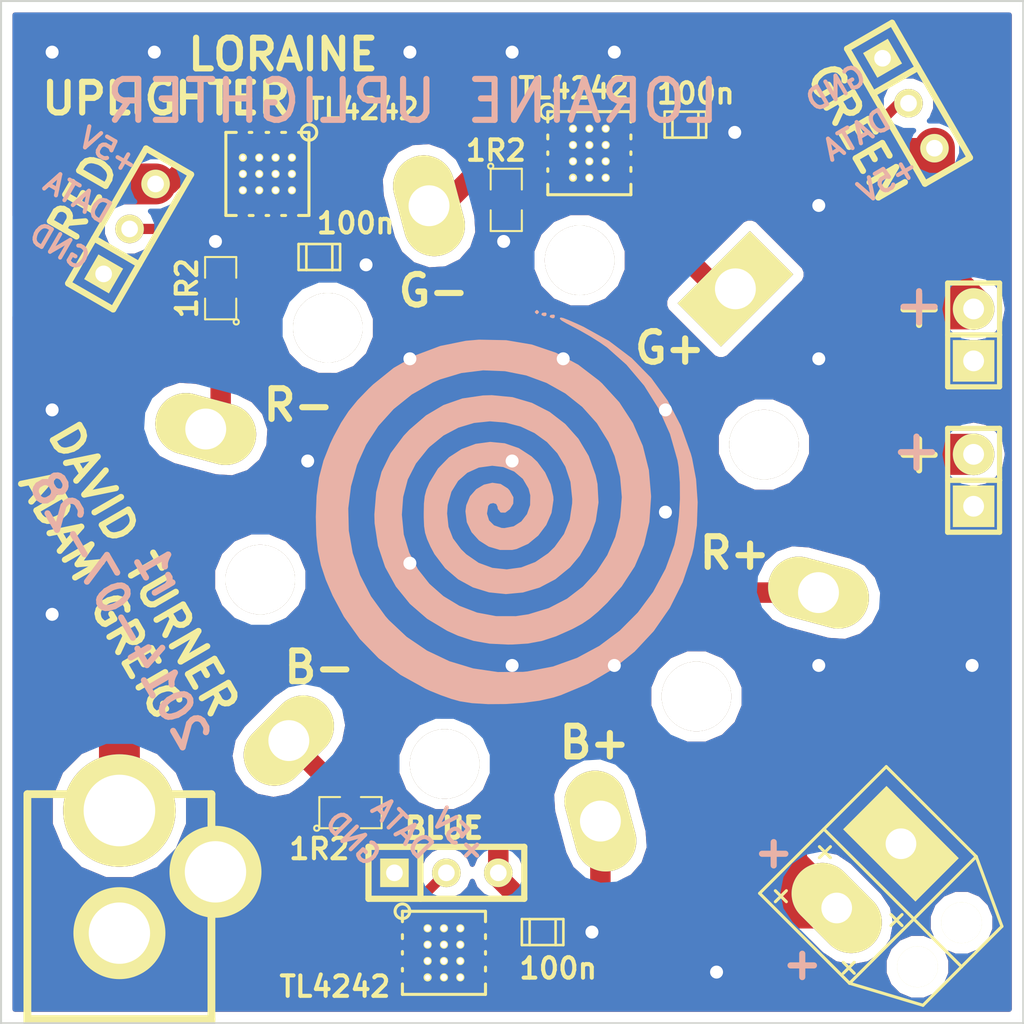
<source format=kicad_pcb>
(kicad_pcb (version 4) (host pcbnew "(2014-jan-25)-product")

  (general
    (links 82)
    (no_connects 0)
    (area 94.380111 99.949999 154.098172 153.741121)
    (thickness 1.6)
    (drawings 34)
    (tracks 202)
    (zones 0)
    (modules 18)
    (nets 21)
  )

  (page A4)
  (layers
    (0 F.Cu signal hide)
    (31 B.Cu signal)
    (32 B.Adhes user hide)
    (33 F.Adhes user hide)
    (34 B.Paste user hide)
    (35 F.Paste user hide)
    (36 B.SilkS user)
    (37 F.SilkS user hide)
    (38 B.Mask user hide)
    (39 F.Mask user hide)
    (40 Dwgs.User user hide)
    (41 Cmts.User user hide)
    (42 Eco1.User user hide)
    (43 Eco2.User user hide)
    (44 Edge.Cuts user)
  )

  (setup
    (last_trace_width 0.254)
    (user_trace_width 0.5)
    (user_trace_width 0.75)
    (user_trace_width 1)
    (user_trace_width 2)
    (trace_clearance 0.254)
    (zone_clearance 0.508)
    (zone_45_only no)
    (trace_min 0.254)
    (segment_width 0.2)
    (edge_width 0.1)
    (via_size 0.889)
    (via_drill 0.635)
    (via_min_size 0.889)
    (via_min_drill 0.508)
    (user_via 1.26 0.635)
    (uvia_size 0.508)
    (uvia_drill 0.127)
    (uvias_allowed no)
    (uvia_min_size 0.508)
    (uvia_min_drill 0.127)
    (pcb_text_width 0.3)
    (pcb_text_size 1.5 1.5)
    (mod_edge_width 0.15)
    (mod_text_size 1 1)
    (mod_text_width 0.15)
    (pad_size 2.2 3)
    (pad_drill 0)
    (pad_to_mask_clearance 0)
    (aux_axis_origin 0 0)
    (visible_elements FFFFFF1F)
    (pcbplotparams
      (layerselection 0x00040_00000000)
      (usegerberextensions true)
      (excludeedgelayer true)
      (linewidth 0.100000)
      (plotframeref false)
      (viasonmask false)
      (mode 1)
      (useauxorigin false)
      (hpglpennumber 1)
      (hpglpenspeed 20)
      (hpglpendiameter 15)
      (hpglpenoverlay 2)
      (psnegative false)
      (psa4output false)
      (plotreference true)
      (plotvalue true)
      (plotinvisibletext false)
      (padsonsilk false)
      (subtractmaskfromsilk true)
      (outputformat 1)
      (mirror false)
      (drillshape 0)
      (scaleselection 1)
      (outputdirectory /home/dwt27/git/drhouse/loraine/hardware/uplighter/gerbils/))
  )

  (net 0 "")
  (net 1 /LED_GREEN)
  (net 2 /REF_GREEN)
  (net 3 /REF_RED)
  (net 4 /REF_BLUE)
  (net 5 /LED_BLUE)
  (net 6 /LED_RED)
  (net 7 GND)
  (net 8 "Net-(K1-Pad2)")
  (net 9 "Net-(K2-Pad2)")
  (net 10 "Net-(K3-Pad2)")
  (net 11 +5V)
  (net 12 "Net-(U1-Pad2)")
  (net 13 "Net-(U1-Pad5)")
  (net 14 "Net-(U1-Pad7)")
  (net 15 "Net-(U2-Pad2)")
  (net 16 "Net-(U2-Pad5)")
  (net 17 "Net-(U2-Pad7)")
  (net 18 "Net-(U3-Pad2)")
  (net 19 "Net-(U3-Pad5)")
  (net 20 "Net-(U3-Pad7)")

  (net_class Default "This is the default net class."
    (clearance 0.254)
    (trace_width 0.254)
    (via_dia 0.889)
    (via_drill 0.635)
    (uvia_dia 0.508)
    (uvia_drill 0.127)
    (add_net +5V)
    (add_net /LED_BLUE)
    (add_net /LED_GREEN)
    (add_net /LED_RED)
    (add_net /REF_BLUE)
    (add_net /REF_GREEN)
    (add_net /REF_RED)
    (add_net GND)
    (add_net "Net-(K1-Pad2)")
    (add_net "Net-(K2-Pad2)")
    (add_net "Net-(K3-Pad2)")
    (add_net "Net-(U1-Pad2)")
    (add_net "Net-(U1-Pad5)")
    (add_net "Net-(U1-Pad7)")
    (add_net "Net-(U2-Pad2)")
    (add_net "Net-(U2-Pad5)")
    (add_net "Net-(U2-Pad7)")
    (add_net "Net-(U3-Pad2)")
    (add_net "Net-(U3-Pad5)")
    (add_net "Net-(U3-Pad7)")
  )

  (module 8-son:8-SON placed (layer F.Cu) (tedit 53D67425) (tstamp 53CEF7CD)
    (at 113.03 108.458 270)
    (path /5378E9C8)
    (zone_connect 2)
    (fp_text reference U1 (at 0 2.794 270) (layer F.SilkS) hide
      (effects (font (size 1 1) (thickness 0.15)))
    )
    (fp_text value TL4242 (at -3.175 -4.699 360) (layer F.SilkS)
      (effects (font (size 1 1) (thickness 0.2)))
    )
    (fp_circle (center -2.032 -2.032) (end -1.651 -2.032) (layer F.SilkS) (width 0.15))
    (fp_line (start 2.032 0.6985) (end 2.032 0.889) (layer F.SilkS) (width 0.15))
    (fp_line (start 2.032 -0.0635) (end 2.032 0.0635) (layer F.SilkS) (width 0.15))
    (fp_line (start 2.032 -0.889) (end 2.032 -0.6985) (layer F.SilkS) (width 0.15))
    (fp_line (start -2.032 0.762) (end -2.032 0.889) (layer F.SilkS) (width 0.15))
    (fp_line (start -2.032 -0.0635) (end -2.032 0.0635) (layer F.SilkS) (width 0.15))
    (fp_line (start -2.032 -0.889) (end -2.032 -0.6985) (layer F.SilkS) (width 0.15))
    (fp_line (start 2.032 -2.032) (end 2.032 -1.524) (layer F.SilkS) (width 0.15))
    (fp_line (start 2.032 2.032) (end 2.032 1.524) (layer F.SilkS) (width 0.15))
    (fp_line (start -2.032 2.032) (end -2.032 1.524) (layer F.SilkS) (width 0.15))
    (fp_line (start -2.032 -2.032) (end -2.032 -1.524) (layer F.SilkS) (width 0.15))
    (fp_line (start -2.032 -2.032) (end 2.032 -2.032) (layer F.SilkS) (width 0.15))
    (fp_line (start 2.032 2.032) (end -2.032 2.032) (layer F.SilkS) (width 0.15))
    (pad 9 smd rect (at 0 0) (size 3 2.2) (layers F.Cu F.Paste F.Mask)
      (net 7 GND) (zone_connect 2))
    (pad 1 smd rect (at -1.925 -1.2) (size 0.35 0.95) (layers F.Cu F.Paste F.Mask)
      (net 8 "Net-(K1-Pad2)") (zone_connect 2))
    (pad 2 smd rect (at -1.925 -0.4) (size 0.35 0.95) (layers F.Cu F.Paste F.Mask)
      (net 12 "Net-(U1-Pad2)") (zone_connect 2))
    (pad 3 smd rect (at -1.925 0.4) (size 0.35 0.95) (layers F.Cu F.Paste F.Mask)
      (net 7 GND) (zone_connect 2))
    (pad 4 smd rect (at -1.925 1.2) (size 0.35 0.95) (layers F.Cu F.Paste F.Mask)
      (net 3 /REF_RED) (zone_connect 2))
    (pad 5 smd rect (at 1.925 1.2) (size 0.35 0.95) (layers F.Cu F.Paste F.Mask)
      (net 13 "Net-(U1-Pad5)") (zone_connect 2))
    (pad 6 smd rect (at 1.925 0.4) (size 0.35 0.95) (layers F.Cu F.Paste F.Mask)
      (net 6 /LED_RED) (zone_connect 2))
    (pad 7 smd rect (at 1.925 -0.4) (size 0.35 0.95) (layers F.Cu F.Paste F.Mask)
      (net 14 "Net-(U1-Pad7)") (zone_connect 2))
    (pad 8 smd rect (at 1.925 -1.2) (size 0.35 0.95) (layers F.Cu F.Paste F.Mask)
      (net 11 +5V) (zone_connect 2))
    (pad 9 smd rect (at 0 0 270) (size 2.2 3) (layers B.Cu B.Mask)
      (net 7 GND) (zone_connect 2))
    (pad 9 thru_hole circle (at 0.8 -1.2 270) (size 0.4 0.4) (drill 0.3) (layers *.Cu *.Mask F.SilkS)
      (net 7 GND) (zone_connect 2))
    (pad 9 thru_hole circle (at 0 -1.2 270) (size 0.4 0.4) (drill 0.3) (layers *.Cu *.Mask F.SilkS)
      (net 7 GND) (zone_connect 2))
    (pad 9 thru_hole circle (at -0.8 -1.2 270) (size 0.4 0.4) (drill 0.3) (layers *.Cu *.Mask F.SilkS)
      (net 7 GND) (zone_connect 2))
    (pad 9 thru_hole circle (at -0.8 -0.4 270) (size 0.4 0.4) (drill 0.3) (layers *.Cu *.Mask F.SilkS)
      (net 7 GND) (zone_connect 2))
    (pad 9 thru_hole circle (at 0 -0.4 270) (size 0.4 0.4) (drill 0.3) (layers *.Cu *.Mask F.SilkS)
      (net 7 GND) (zone_connect 2))
    (pad 9 thru_hole circle (at 0.8 -0.4 270) (size 0.4 0.4) (drill 0.3) (layers *.Cu *.Mask F.SilkS)
      (net 7 GND) (zone_connect 2))
    (pad 9 thru_hole circle (at 0.8 0.4 270) (size 0.4 0.4) (drill 0.3) (layers *.Cu *.Mask F.SilkS)
      (net 7 GND) (zone_connect 2))
    (pad 9 thru_hole circle (at 0 0.4 270) (size 0.4 0.4) (drill 0.3) (layers *.Cu *.Mask F.SilkS)
      (net 7 GND) (zone_connect 2))
    (pad 9 thru_hole circle (at -0.8 0.4 270) (size 0.4 0.4) (drill 0.3) (layers *.Cu *.Mask F.SilkS)
      (net 7 GND) (zone_connect 2))
    (pad 9 thru_hole circle (at -0.8 1.2 270) (size 0.4 0.4) (drill 0.25) (layers *.Cu *.Mask F.SilkS)
      (net 7 GND) (zone_connect 2))
    (pad 9 thru_hole circle (at 0 1.2 270) (size 0.4 0.4) (drill 0.3) (layers *.Cu *.Mask F.SilkS)
      (net 7 GND) (zone_connect 2))
    (pad 9 thru_hole circle (at 0.8 1.2 270) (size 0.4 0.4) (drill 0.3) (layers *.Cu *.Mask F.SilkS)
      (net 7 GND) (zone_connect 2))
  )

  (module 8-son:8-SON placed (layer F.Cu) (tedit 53D67431) (tstamp 53CEF7F3)
    (at 128.778 107.442)
    (path /5378F0F6)
    (zone_connect 2)
    (fp_text reference U2 (at 0 2.794) (layer F.SilkS) hide
      (effects (font (size 1 1) (thickness 0.15)))
    )
    (fp_text value TL4242 (at -0.762 -3.175) (layer F.SilkS)
      (effects (font (size 1 1) (thickness 0.2)))
    )
    (fp_circle (center -2.032 -2.032) (end -2.286 -2.286) (layer F.SilkS) (width 0.15))
    (fp_line (start 2.032 0.6985) (end 2.032 0.889) (layer F.SilkS) (width 0.15))
    (fp_line (start 2.032 -0.0635) (end 2.032 0.0635) (layer F.SilkS) (width 0.15))
    (fp_line (start 2.032 -0.889) (end 2.032 -0.6985) (layer F.SilkS) (width 0.15))
    (fp_line (start -2.032 0.762) (end -2.032 0.889) (layer F.SilkS) (width 0.15))
    (fp_line (start -2.032 -0.0635) (end -2.032 0.0635) (layer F.SilkS) (width 0.15))
    (fp_line (start -2.032 -0.889) (end -2.032 -0.6985) (layer F.SilkS) (width 0.15))
    (fp_line (start 2.032 -2.032) (end 2.032 -1.524) (layer F.SilkS) (width 0.15))
    (fp_line (start 2.032 2.032) (end 2.032 1.524) (layer F.SilkS) (width 0.15))
    (fp_line (start -2.032 2.032) (end -2.032 1.524) (layer F.SilkS) (width 0.15))
    (fp_line (start -2.032 -2.032) (end -2.032 -1.524) (layer F.SilkS) (width 0.15))
    (fp_line (start -2.032 -2.032) (end 2.032 -2.032) (layer F.SilkS) (width 0.15))
    (fp_line (start 2.032 2.032) (end -2.032 2.032) (layer F.SilkS) (width 0.15))
    (pad 9 smd rect (at 0 0 90) (size 3 2.2) (layers F.Cu F.Paste F.Mask)
      (net 7 GND) (zone_connect 2))
    (pad 1 smd rect (at -1.925 -1.2 90) (size 0.35 0.95) (layers F.Cu F.Paste F.Mask)
      (net 9 "Net-(K2-Pad2)") (zone_connect 2))
    (pad 2 smd rect (at -1.925 -0.4 90) (size 0.35 0.95) (layers F.Cu F.Paste F.Mask)
      (net 15 "Net-(U2-Pad2)") (zone_connect 2))
    (pad 3 smd rect (at -1.925 0.4 90) (size 0.35 0.95) (layers F.Cu F.Paste F.Mask)
      (net 7 GND) (zone_connect 2))
    (pad 4 smd rect (at -1.925 1.2 90) (size 0.35 0.95) (layers F.Cu F.Paste F.Mask)
      (net 2 /REF_GREEN) (zone_connect 2))
    (pad 5 smd rect (at 1.925 1.2 90) (size 0.35 0.95) (layers F.Cu F.Paste F.Mask)
      (net 16 "Net-(U2-Pad5)") (zone_connect 2))
    (pad 6 smd rect (at 1.925 0.4 90) (size 0.35 0.95) (layers F.Cu F.Paste F.Mask)
      (net 1 /LED_GREEN) (zone_connect 2))
    (pad 7 smd rect (at 1.925 -0.4 90) (size 0.35 0.95) (layers F.Cu F.Paste F.Mask)
      (net 17 "Net-(U2-Pad7)") (zone_connect 2))
    (pad 8 smd rect (at 1.925 -1.2 90) (size 0.35 0.95) (layers F.Cu F.Paste F.Mask)
      (net 11 +5V) (zone_connect 2))
    (pad 9 smd rect (at 0 0) (size 2.2 3) (layers B.Cu B.Mask)
      (net 7 GND) (zone_connect 2))
    (pad 9 thru_hole circle (at 0.8 -1.2) (size 0.4 0.4) (drill 0.3) (layers *.Cu *.Mask F.SilkS)
      (net 7 GND) (zone_connect 2))
    (pad 9 thru_hole circle (at 0 -1.2) (size 0.4 0.4) (drill 0.3) (layers *.Cu *.Mask F.SilkS)
      (net 7 GND) (zone_connect 2))
    (pad 9 thru_hole circle (at -0.8 -1.2) (size 0.4 0.4) (drill 0.3) (layers *.Cu *.Mask F.SilkS)
      (net 7 GND) (zone_connect 2))
    (pad 9 thru_hole circle (at -0.8 -0.4) (size 0.4 0.4) (drill 0.3) (layers *.Cu *.Mask F.SilkS)
      (net 7 GND) (zone_connect 2))
    (pad 9 thru_hole circle (at 0 -0.4) (size 0.4 0.4) (drill 0.3) (layers *.Cu *.Mask F.SilkS)
      (net 7 GND) (zone_connect 2))
    (pad 9 thru_hole circle (at 0.8 -0.4) (size 0.4 0.4) (drill 0.3) (layers *.Cu *.Mask F.SilkS)
      (net 7 GND) (zone_connect 2))
    (pad 9 thru_hole circle (at 0.8 0.4) (size 0.4 0.4) (drill 0.3) (layers *.Cu *.Mask F.SilkS)
      (net 7 GND) (zone_connect 2))
    (pad 9 thru_hole circle (at 0 0.4) (size 0.4 0.4) (drill 0.3) (layers *.Cu *.Mask F.SilkS)
      (net 7 GND) (zone_connect 2))
    (pad 9 thru_hole circle (at -0.8 0.4) (size 0.4 0.4) (drill 0.3) (layers *.Cu *.Mask F.SilkS)
      (net 7 GND) (zone_connect 2))
    (pad 9 thru_hole circle (at -0.8 1.2) (size 0.4 0.4) (drill 0.25) (layers *.Cu *.Mask F.SilkS)
      (net 7 GND) (zone_connect 2))
    (pad 9 thru_hole circle (at 0 1.2) (size 0.4 0.4) (drill 0.3) (layers *.Cu *.Mask F.SilkS)
      (net 7 GND) (zone_connect 2))
    (pad 9 thru_hole circle (at 0.8 1.2) (size 0.4 0.4) (drill 0.3) (layers *.Cu *.Mask F.SilkS)
      (net 7 GND) (zone_connect 2))
  )

  (module 8-son:8-SON placed (layer F.Cu) (tedit 53D6743B) (tstamp 53CEF819)
    (at 121.666 146.558)
    (path /5378F1DB)
    (zone_connect 2)
    (fp_text reference U3 (at 0 2.794) (layer F.SilkS) hide
      (effects (font (size 1 1) (thickness 0.15)))
    )
    (fp_text value TL4242 (at -5.334 1.651 180) (layer F.SilkS)
      (effects (font (size 1 1) (thickness 0.2)))
    )
    (fp_circle (center -2.032 -2.032) (end -1.778 -1.778) (layer F.SilkS) (width 0.15))
    (fp_line (start 2.032 0.6985) (end 2.032 0.889) (layer F.SilkS) (width 0.15))
    (fp_line (start 2.032 -0.0635) (end 2.032 0.0635) (layer F.SilkS) (width 0.15))
    (fp_line (start 2.032 -0.889) (end 2.032 -0.6985) (layer F.SilkS) (width 0.15))
    (fp_line (start -2.032 0.762) (end -2.032 0.889) (layer F.SilkS) (width 0.15))
    (fp_line (start -2.032 -0.0635) (end -2.032 0.0635) (layer F.SilkS) (width 0.15))
    (fp_line (start -2.032 -0.889) (end -2.032 -0.6985) (layer F.SilkS) (width 0.15))
    (fp_line (start 2.032 -2.032) (end 2.032 -1.524) (layer F.SilkS) (width 0.15))
    (fp_line (start 2.032 2.032) (end 2.032 1.524) (layer F.SilkS) (width 0.15))
    (fp_line (start -2.032 2.032) (end -2.032 1.524) (layer F.SilkS) (width 0.15))
    (fp_line (start -2.032 -2.032) (end -2.032 -1.524) (layer F.SilkS) (width 0.15))
    (fp_line (start -2.032 -2.032) (end 2.032 -2.032) (layer F.SilkS) (width 0.15))
    (fp_line (start 2.032 2.032) (end -2.032 2.032) (layer F.SilkS) (width 0.15))
    (pad 9 smd rect (at 0 0 90) (size 3 2.2) (layers F.Cu F.Paste F.Mask)
      (net 7 GND) (zone_connect 2))
    (pad 1 smd rect (at -1.925 -1.2 90) (size 0.35 0.95) (layers F.Cu F.Paste F.Mask)
      (net 10 "Net-(K3-Pad2)") (zone_connect 2))
    (pad 2 smd rect (at -1.925 -0.4 90) (size 0.35 0.95) (layers F.Cu F.Paste F.Mask)
      (net 18 "Net-(U3-Pad2)") (zone_connect 2))
    (pad 3 smd rect (at -1.925 0.4 90) (size 0.35 0.95) (layers F.Cu F.Paste F.Mask)
      (net 7 GND) (zone_connect 2))
    (pad 4 smd rect (at -1.925 1.2 90) (size 0.35 0.95) (layers F.Cu F.Paste F.Mask)
      (net 4 /REF_BLUE) (zone_connect 2))
    (pad 5 smd rect (at 1.925 1.2 90) (size 0.35 0.95) (layers F.Cu F.Paste F.Mask)
      (net 19 "Net-(U3-Pad5)") (zone_connect 2))
    (pad 6 smd rect (at 1.925 0.4 90) (size 0.35 0.95) (layers F.Cu F.Paste F.Mask)
      (net 5 /LED_BLUE) (zone_connect 2))
    (pad 7 smd rect (at 1.925 -0.4 90) (size 0.35 0.95) (layers F.Cu F.Paste F.Mask)
      (net 20 "Net-(U3-Pad7)") (zone_connect 2))
    (pad 8 smd rect (at 1.925 -1.2 90) (size 0.35 0.95) (layers F.Cu F.Paste F.Mask)
      (net 11 +5V) (zone_connect 2))
    (pad 9 smd rect (at 0 0) (size 2.2 3) (layers B.Cu B.Mask)
      (net 7 GND) (zone_connect 2))
    (pad 9 thru_hole circle (at 0.8 -1.2) (size 0.4 0.4) (drill 0.3) (layers *.Cu *.Mask F.SilkS)
      (net 7 GND) (zone_connect 2))
    (pad 9 thru_hole circle (at 0 -1.2) (size 0.4 0.4) (drill 0.3) (layers *.Cu *.Mask F.SilkS)
      (net 7 GND) (zone_connect 2))
    (pad 9 thru_hole circle (at -0.8 -1.2) (size 0.4 0.4) (drill 0.3) (layers *.Cu *.Mask F.SilkS)
      (net 7 GND) (zone_connect 2))
    (pad 9 thru_hole circle (at -0.8 -0.4) (size 0.4 0.4) (drill 0.3) (layers *.Cu *.Mask F.SilkS)
      (net 7 GND) (zone_connect 2))
    (pad 9 thru_hole circle (at 0 -0.4) (size 0.4 0.4) (drill 0.3) (layers *.Cu *.Mask F.SilkS)
      (net 7 GND) (zone_connect 2))
    (pad 9 thru_hole circle (at 0.8 -0.4) (size 0.4 0.4) (drill 0.3) (layers *.Cu *.Mask F.SilkS)
      (net 7 GND) (zone_connect 2))
    (pad 9 thru_hole circle (at 0.8 0.4) (size 0.4 0.4) (drill 0.3) (layers *.Cu *.Mask F.SilkS)
      (net 7 GND) (zone_connect 2))
    (pad 9 thru_hole circle (at 0 0.4) (size 0.4 0.4) (drill 0.3) (layers *.Cu *.Mask F.SilkS)
      (net 7 GND) (zone_connect 2))
    (pad 9 thru_hole circle (at -0.8 0.4) (size 0.4 0.4) (drill 0.3) (layers *.Cu *.Mask F.SilkS)
      (net 7 GND) (zone_connect 2))
    (pad 9 thru_hole circle (at -0.8 1.2) (size 0.4 0.4) (drill 0.25) (layers *.Cu *.Mask F.SilkS)
      (net 7 GND) (zone_connect 2))
    (pad 9 thru_hole circle (at 0 1.2) (size 0.4 0.4) (drill 0.3) (layers *.Cu *.Mask F.SilkS)
      (net 7 GND) (zone_connect 2))
    (pad 9 thru_hole circle (at 0.8 1.2) (size 0.4 0.4) (drill 0.3) (layers *.Cu *.Mask F.SilkS)
      (net 7 GND) (zone_connect 2))
  )

  (module heatsunk_star_led:heatsunk_star_led_board locked (layer F.Cu) (tedit 53CC55EF) (tstamp 53CEF840)
    (at 125 125)
    (path /5378EA68)
    (zone_connect 2)
    (fp_text reference D1 (at 15.494 -0.381) (layer F.SilkS) hide
      (effects (font (size 1 1) (thickness 0.15)))
    )
    (fp_text value STAR_LED (at -2.531 -1.039) (layer F.SilkS) hide
      (effects (font (size 1 1) (thickness 0.15)))
    )
    (pad 1 thru_hole rect (at 10.922 -10.922 315) (size 3 5) (drill 2) (layers *.Cu *.Mask F.SilkS)
      (net 1 /LED_GREEN) (zone_connect 2))
    (pad 6 thru_hole oval (at -4.064 -14.986 15) (size 3 5) (drill 2) (layers *.Cu *.Mask F.SilkS)
      (net 2 /REF_GREEN) (zone_connect 2))
    (pad 5 thru_hole oval (at -14.986 -4.064 75) (size 3 5) (drill 2) (layers *.Cu *.Mask F.SilkS)
      (net 3 /REF_RED) (zone_connect 2))
    (pad 4 thru_hole oval (at -10.922 11.176 315) (size 3 5) (drill 2) (layers *.Cu *.Mask F.SilkS)
      (net 4 /REF_BLUE) (zone_connect 2))
    (pad 3 thru_hole oval (at 4.318 15.113 15) (size 3 5) (drill 2) (layers *.Cu *.Mask F.SilkS)
      (net 5 /LED_BLUE) (zone_connect 2))
    (pad 2 thru_hole oval (at 14.986 3.937 75) (size 3 5) (drill 2) (layers *.Cu *.Mask F.SilkS)
      (net 6 /LED_RED) (zone_connect 2))
    (pad "" thru_hole circle (at 3.302 -12.319) (size 3.4 3.4) (drill 3.4) (layers *.Cu *.Mask F.SilkS)
      (zone_connect 2))
    (pad "" thru_hole circle (at 12.319 -3.302) (size 3.4 3.4) (drill 3.4) (layers *.Cu *.Mask F.SilkS)
      (zone_connect 2))
    (pad "" thru_hole circle (at 9.017 9.017) (size 3.4 3.4) (drill 3.4) (layers *.Cu *.Mask F.SilkS)
      (zone_connect 2))
    (pad "" thru_hole circle (at -3.302 12.319) (size 3.4 3.4) (drill 3.4) (layers *.Cu *.Mask F.SilkS)
      (zone_connect 2))
    (pad "" thru_hole circle (at -12.319 3.302) (size 3.4 3.4) (drill 3.4) (layers *.Cu *.Mask F.SilkS)
      (zone_connect 2))
    (pad "" thru_hole circle (at -9.017 -9.017) (size 3.4 3.4) (drill 3.4) (layers *.Cu *.Mask F.SilkS)
      (zone_connect 2))
  )

  (module Connect:SIL-3 locked (layer F.Cu) (tedit 53D6586D) (tstamp 5378F151)
    (at 106.29 111.148 60)
    (descr "Connecteur 3 pins")
    (tags "CONN DEV")
    (path /5378EE35)
    (zone_connect 2)
    (fp_text reference K1 (at -1.679742 2.886602 60) (layer F.SilkS) hide
      (effects (font (size 1.7907 1.07696) (thickness 0.26924)))
    )
    (fp_text value CONN_3 (at 2.694756 1.827454 60) (layer F.SilkS) hide
      (effects (font (size 1.524 1.016) (thickness 0.3048)))
    )
    (fp_line (start -3.81 1.27) (end -3.81 -1.27) (layer F.SilkS) (width 0.3048))
    (fp_line (start -3.81 -1.27) (end 3.81 -1.27) (layer F.SilkS) (width 0.3048))
    (fp_line (start 3.81 -1.27) (end 3.81 1.27) (layer F.SilkS) (width 0.3048))
    (fp_line (start 3.81 1.27) (end -3.81 1.27) (layer F.SilkS) (width 0.3048))
    (fp_line (start -1.27 -1.27) (end -1.27 1.27) (layer F.SilkS) (width 0.3048))
    (pad 1 thru_hole rect (at -2.54 0 60) (size 1.397 1.397) (drill 0.8128) (layers *.Cu *.Mask F.SilkS)
      (net 7 GND) (zone_connect 2))
    (pad 2 thru_hole circle (at 0 0 60) (size 1.397 1.397) (drill 0.8128) (layers *.Cu *.Mask F.SilkS)
      (net 8 "Net-(K1-Pad2)") (zone_connect 2))
    (pad 3 thru_hole circle (at 2.54 0 60) (size 1.397 1.397) (drill 0.8128) (layers *.Cu *.Mask F.SilkS)
      (net 11 +5V) (zone_connect 2))
  )

  (module Connect:SIL-3 locked (layer F.Cu) (tedit 53D65858) (tstamp 5378F15D)
    (at 144.39 105 300)
    (descr "Connecteur 3 pins")
    (tags "CONN DEV")
    (path /5378F101)
    (zone_connect 2)
    (fp_text reference K2 (at -0.147208 -2.735028 300) (layer F.SilkS) hide
      (effects (font (size 1.7907 1.07696) (thickness 0.26924)))
    )
    (fp_text value CONN_3 (at 0 -2.54 300) (layer F.SilkS) hide
      (effects (font (size 1.524 1.016) (thickness 0.3048)))
    )
    (fp_line (start -3.81 1.27) (end -3.81 -1.27) (layer F.SilkS) (width 0.3048))
    (fp_line (start -3.81 -1.27) (end 3.81 -1.27) (layer F.SilkS) (width 0.3048))
    (fp_line (start 3.81 -1.27) (end 3.81 1.27) (layer F.SilkS) (width 0.3048))
    (fp_line (start 3.81 1.27) (end -3.81 1.27) (layer F.SilkS) (width 0.3048))
    (fp_line (start -1.27 -1.27) (end -1.27 1.27) (layer F.SilkS) (width 0.3048))
    (pad 1 thru_hole rect (at -2.54 0 300) (size 1.397 1.397) (drill 0.8128) (layers *.Cu *.Mask F.SilkS)
      (net 7 GND) (zone_connect 2))
    (pad 2 thru_hole circle (at 0 0 300) (size 1.397 1.397) (drill 0.8128) (layers *.Cu *.Mask F.SilkS)
      (net 9 "Net-(K2-Pad2)") (zone_connect 2))
    (pad 3 thru_hole circle (at 2.54 0 300) (size 1.397 1.397) (drill 0.8128) (layers *.Cu *.Mask F.SilkS)
      (net 11 +5V) (zone_connect 2))
  )

  (module Connect:SIL-3 locked (layer F.Cu) (tedit 53D64DAF) (tstamp 5378F169)
    (at 121.784 142.644)
    (descr "Connecteur 3 pins")
    (tags "CONN DEV")
    (path /5378F1E6)
    (zone_connect 2)
    (fp_text reference K3 (at 0.009 -2.69) (layer F.SilkS) hide
      (effects (font (size 1.7907 1.07696) (thickness 0.26924)))
    )
    (fp_text value CONN_3 (at 0 -2.54) (layer F.SilkS) hide
      (effects (font (size 1.524 1.016) (thickness 0.3048)))
    )
    (fp_line (start -3.81 1.27) (end -3.81 -1.27) (layer F.SilkS) (width 0.3048))
    (fp_line (start -3.81 -1.27) (end 3.81 -1.27) (layer F.SilkS) (width 0.3048))
    (fp_line (start 3.81 -1.27) (end 3.81 1.27) (layer F.SilkS) (width 0.3048))
    (fp_line (start 3.81 1.27) (end -3.81 1.27) (layer F.SilkS) (width 0.3048))
    (fp_line (start -1.27 -1.27) (end -1.27 1.27) (layer F.SilkS) (width 0.3048))
    (pad 1 thru_hole rect (at -2.54 0) (size 1.397 1.397) (drill 0.8128) (layers *.Cu *.Mask F.SilkS)
      (net 7 GND) (zone_connect 2))
    (pad 2 thru_hole circle (at 0 0) (size 1.397 1.397) (drill 0.8128) (layers *.Cu *.Mask F.SilkS)
      (net 10 "Net-(K3-Pad2)") (zone_connect 2))
    (pad 3 thru_hole circle (at 2.54 0) (size 1.397 1.397) (drill 0.8128) (layers *.Cu *.Mask F.SilkS)
      (net 11 +5V) (zone_connect 2))
  )

  (module Capacitors_SMD:c_0805 placed (layer F.Cu) (tedit 53D67186) (tstamp 53CEF72F)
    (at 115.57 112.522 180)
    (descr "SMT capacitor, 0805")
    (path /537A69DC)
    (fp_text reference C1 (at 0 -0.9906 180) (layer F.SilkS) hide
      (effects (font (size 0.29972 0.29972) (thickness 0.06096)))
    )
    (fp_text value 100n (at -1.778 1.651 180) (layer F.SilkS)
      (effects (font (size 1 1) (thickness 0.2)))
    )
    (fp_line (start 0.635 -0.635) (end 0.635 0.635) (layer F.SilkS) (width 0.127))
    (fp_line (start -0.635 -0.635) (end -0.635 0.6096) (layer F.SilkS) (width 0.127))
    (fp_line (start -1.016 -0.635) (end 1.016 -0.635) (layer F.SilkS) (width 0.127))
    (fp_line (start 1.016 -0.635) (end 1.016 0.635) (layer F.SilkS) (width 0.127))
    (fp_line (start 1.016 0.635) (end -1.016 0.635) (layer F.SilkS) (width 0.127))
    (fp_line (start -1.016 0.635) (end -1.016 -0.635) (layer F.SilkS) (width 0.127))
    (pad 1 smd rect (at 0.9525 0 180) (size 1.30048 1.4986) (layers F.Cu F.Paste F.Mask)
      (net 11 +5V))
    (pad 2 smd rect (at -0.9525 0 180) (size 1.30048 1.4986) (layers F.Cu F.Paste F.Mask)
      (net 7 GND))
    (model smd/capacitors/c_0805.wrl
      (at (xyz 0 0 0))
      (scale (xyz 1 1 1))
      (rotate (xyz 0 0 0))
    )
  )

  (module Capacitors_SMD:c_0805 placed (layer F.Cu) (tedit 53D666C0) (tstamp 53CEF73B)
    (at 133.477 106.045 180)
    (descr "SMT capacitor, 0805")
    (path /537A6A0C)
    (fp_text reference C2 (at 0 -0.9906 180) (layer F.SilkS) hide
      (effects (font (size 0.29972 0.29972) (thickness 0.06096)))
    )
    (fp_text value 100n (at -0.508 1.524 180) (layer F.SilkS)
      (effects (font (size 1 1) (thickness 0.2)))
    )
    (fp_line (start 0.635 -0.635) (end 0.635 0.635) (layer F.SilkS) (width 0.127))
    (fp_line (start -0.635 -0.635) (end -0.635 0.6096) (layer F.SilkS) (width 0.127))
    (fp_line (start -1.016 -0.635) (end 1.016 -0.635) (layer F.SilkS) (width 0.127))
    (fp_line (start 1.016 -0.635) (end 1.016 0.635) (layer F.SilkS) (width 0.127))
    (fp_line (start 1.016 0.635) (end -1.016 0.635) (layer F.SilkS) (width 0.127))
    (fp_line (start -1.016 0.635) (end -1.016 -0.635) (layer F.SilkS) (width 0.127))
    (pad 1 smd rect (at 0.9525 0 180) (size 1.30048 1.4986) (layers F.Cu F.Paste F.Mask)
      (net 11 +5V))
    (pad 2 smd rect (at -0.9525 0 180) (size 1.30048 1.4986) (layers F.Cu F.Paste F.Mask)
      (net 7 GND))
    (model smd/capacitors/c_0805.wrl
      (at (xyz 0 0 0))
      (scale (xyz 1 1 1))
      (rotate (xyz 0 0 0))
    )
  )

  (module Capacitors_SMD:c_0805 placed (layer F.Cu) (tedit 53D65939) (tstamp 53CEF747)
    (at 126.492 145.542 180)
    (descr "SMT capacitor, 0805")
    (path /537A6A35)
    (fp_text reference C3 (at 0 -0.9906 180) (layer F.SilkS) hide
      (effects (font (size 0.29972 0.29972) (thickness 0.06096)))
    )
    (fp_text value 100n (at -0.762 -1.778 180) (layer F.SilkS)
      (effects (font (size 1 1) (thickness 0.2)))
    )
    (fp_line (start 0.635 -0.635) (end 0.635 0.635) (layer F.SilkS) (width 0.127))
    (fp_line (start -0.635 -0.635) (end -0.635 0.6096) (layer F.SilkS) (width 0.127))
    (fp_line (start -1.016 -0.635) (end 1.016 -0.635) (layer F.SilkS) (width 0.127))
    (fp_line (start 1.016 -0.635) (end 1.016 0.635) (layer F.SilkS) (width 0.127))
    (fp_line (start 1.016 0.635) (end -1.016 0.635) (layer F.SilkS) (width 0.127))
    (fp_line (start -1.016 0.635) (end -1.016 -0.635) (layer F.SilkS) (width 0.127))
    (pad 1 smd rect (at 0.9525 0 180) (size 1.30048 1.4986) (layers F.Cu F.Paste F.Mask)
      (net 11 +5V))
    (pad 2 smd rect (at -0.9525 0 180) (size 1.30048 1.4986) (layers F.Cu F.Paste F.Mask)
      (net 7 GND))
    (model smd/capacitors/c_0805.wrl
      (at (xyz 0 0 0))
      (scale (xyz 1 1 1))
      (rotate (xyz 0 0 0))
    )
  )

  (module Connect:BARREL_JACK placed (layer F.Cu) (tedit 53D64DA8) (tstamp 53CEF753)
    (at 105.791 145.796 90)
    (descr "DC Barrel Jack")
    (tags "Power Jack")
    (path /53CD6288)
    (zone_connect 2)
    (fp_text reference CON1 (at 10.09904 0 180) (layer F.SilkS) hide
      (effects (font (size 1.016 1.016) (thickness 0.2032)))
    )
    (fp_text value BARREL_JACK (at 0 -5.99948 90) (layer F.SilkS) hide
      (effects (font (size 1.016 1.016) (thickness 0.2032)))
    )
    (fp_line (start -4.0005 -4.50088) (end -4.0005 4.50088) (layer F.SilkS) (width 0.381))
    (fp_line (start -7.50062 -4.50088) (end -7.50062 4.50088) (layer F.SilkS) (width 0.381))
    (fp_line (start -7.50062 4.50088) (end 7.00024 4.50088) (layer F.SilkS) (width 0.381))
    (fp_line (start 7.00024 4.50088) (end 7.00024 -4.50088) (layer F.SilkS) (width 0.381))
    (fp_line (start 7.00024 -4.50088) (end -7.50062 -4.50088) (layer F.SilkS) (width 0.381))
    (pad 1 thru_hole circle (at 6.20014 0 90) (size 5.5 5.5) (drill 3.5) (layers *.Cu *.Mask F.SilkS)
      (net 11 +5V) (zone_connect 2))
    (pad 2 thru_hole circle (at 0.20066 0 90) (size 4.5 4.5) (drill 3) (layers *.Cu *.Mask F.SilkS)
      (net 7 GND) (zone_connect 2))
    (pad 3 thru_hole circle (at 3.2004 4.699 90) (size 4.5 4.5) (drill 3) (layers *.Cu *.Mask F.SilkS)
      (net 7 GND) (zone_connect 2))
  )

  (module Pin_Headers:Pin_Header_Straight_1x02 placed (layer F.Cu) (tedit 53D65853) (tstamp 53CEF75F)
    (at 147.574 123.444 90)
    (descr "1 pin")
    (tags "CONN DEV")
    (path /53CD6307)
    (zone_connect 2)
    (fp_text reference P1 (at 0 -2.286 90) (layer F.SilkS) hide
      (effects (font (size 1.27 1.27) (thickness 0.2032)))
    )
    (fp_text value POWER_THRU (at 0 0 90) (layer F.SilkS) hide
      (effects (font (size 1.27 1.27) (thickness 0.2032)))
    )
    (fp_line (start 0 -1.27) (end 0 1.27) (layer F.SilkS) (width 0.254))
    (fp_line (start -2.54 -1.27) (end -2.54 1.27) (layer F.SilkS) (width 0.254))
    (fp_line (start -2.54 1.27) (end 0 1.27) (layer F.SilkS) (width 0.254))
    (fp_line (start 0 1.27) (end 2.54 1.27) (layer F.SilkS) (width 0.254))
    (fp_line (start 2.54 1.27) (end 2.54 -1.27) (layer F.SilkS) (width 0.254))
    (fp_line (start 2.54 -1.27) (end -2.54 -1.27) (layer F.SilkS) (width 0.254))
    (pad 1 thru_hole rect (at -1.27 0 90) (size 2.032 2.032) (drill 1.016) (layers *.Cu *.Mask F.SilkS)
      (net 7 GND) (zone_connect 2))
    (pad 2 thru_hole oval (at 1.27 0 90) (size 2.032 2.032) (drill 1.016) (layers *.Cu *.Mask F.SilkS)
      (net 11 +5V) (zone_connect 2))
    (model Pin_Headers/Pin_Header_Straight_1x02.wrl
      (at (xyz 0 0 0))
      (scale (xyz 1 1 1))
      (rotate (xyz 0 0 0))
    )
  )

  (module Pin_Headers:Pin_Header_Straight_1x02 placed (layer F.Cu) (tedit 53D65851) (tstamp 53CEF76B)
    (at 147.574 116.332 90)
    (descr "1 pin")
    (tags "CONN DEV")
    (path /53CD63AF)
    (zone_connect 2)
    (fp_text reference P2 (at 0 -2.286 90) (layer F.SilkS) hide
      (effects (font (size 1.27 1.27) (thickness 0.2032)))
    )
    (fp_text value POWER (at 0 0 90) (layer F.SilkS) hide
      (effects (font (size 1.27 1.27) (thickness 0.2032)))
    )
    (fp_line (start 0 -1.27) (end 0 1.27) (layer F.SilkS) (width 0.254))
    (fp_line (start -2.54 -1.27) (end -2.54 1.27) (layer F.SilkS) (width 0.254))
    (fp_line (start -2.54 1.27) (end 0 1.27) (layer F.SilkS) (width 0.254))
    (fp_line (start 0 1.27) (end 2.54 1.27) (layer F.SilkS) (width 0.254))
    (fp_line (start 2.54 1.27) (end 2.54 -1.27) (layer F.SilkS) (width 0.254))
    (fp_line (start 2.54 -1.27) (end -2.54 -1.27) (layer F.SilkS) (width 0.254))
    (pad 1 thru_hole rect (at -1.27 0 90) (size 2.032 2.032) (drill 1.016) (layers *.Cu *.Mask F.SilkS)
      (net 7 GND) (zone_connect 2))
    (pad 2 thru_hole oval (at 1.27 0 90) (size 2.032 2.032) (drill 1.016) (layers *.Cu *.Mask F.SilkS)
      (net 11 +5V) (zone_connect 2))
    (model Pin_Headers/Pin_Header_Straight_1x02.wrl
      (at (xyz 0 0 0))
      (scale (xyz 1 1 1))
      (rotate (xyz 0 0 0))
    )
  )

  (module solder_pad:SIL-2 placed (layer F.Cu) (tedit 53D6584C) (tstamp 53CEF780)
    (at 142.494 142.748 225)
    (descr "Connecteurs 2 pins")
    (tags "CONN DEV")
    (path /53CD640C)
    (zone_connect 2)
    (fp_text reference P3 (at 0.127 4.572 225) (layer F.SilkS) hide
      (effects (font (size 1.72974 1.08712) (thickness 0.27178)))
    )
    (fp_text value SOLDER_PAD (at -0.508 -7.493 225) (layer F.SilkS) hide
      (effects (font (size 1.524 1.016) (thickness 0.3048)))
    )
    (fp_line (start -4.318 -3.048) (end 4.445 -3.048) (layer F.SilkS) (width 0.15))
    (fp_line (start 0 -6.35) (end 0 3.175) (layer F.SilkS) (width 0.15))
    (fp_text user + (at 0.762 2.413 225) (layer F.SilkS)
      (effects (font (size 1 1) (thickness 0.15)))
    )
    (fp_text user + (at 0.635 -2.413 225) (layer F.SilkS)
      (effects (font (size 1 1) (thickness 0.15)))
    )
    (fp_line (start 4.445 3.175) (end 4.445 -3.048) (layer F.SilkS) (width 0.15))
    (fp_line (start 4.445 -3.048) (end 2.667 -6.35) (layer F.SilkS) (width 0.15))
    (fp_line (start 2.667 -6.35) (end 0 -6.35) (layer F.SilkS) (width 0.15))
    (fp_line (start -4.318 3.175) (end -4.318 -3.048) (layer F.SilkS) (width 0.15))
    (fp_line (start -4.318 -3.048) (end -2.794 -6.35) (layer F.SilkS) (width 0.15))
    (fp_line (start -2.794 -6.35) (end 0 -6.35) (layer F.SilkS) (width 0.15))
    (fp_line (start 4.445 3.175) (end -4.318 3.175) (layer F.SilkS) (width 0.15))
    (fp_text user + (at 3.81 2.413 225) (layer F.SilkS)
      (effects (font (size 1 1) (thickness 0.15)))
    )
    (fp_text user + (at 3.937 -2.413 225) (layer F.SilkS)
      (effects (font (size 1 1) (thickness 0.15)))
    )
    (pad 1 thru_hole rect (at -2.159 0 225) (size 3 5) (drill 1.5) (layers *.Cu *.Mask F.SilkS)
      (net 7 GND) (zone_connect 2))
    (pad 2 thru_hole oval (at 2.286 0 225) (size 3 5) (drill 1.5) (layers *.Cu *.Mask F.SilkS)
      (net 11 +5V) (zone_connect 2))
    (pad "" np_thru_hole circle (at -1.524 -4.826 225) (size 2 2) (drill 2) (layers *.Cu *.Mask F.SilkS)
      (zone_connect 2))
    (pad "" np_thru_hole circle (at 1.524 -4.826 225) (size 2 2) (drill 2) (layers *.Cu *.Mask F.SilkS)
      (zone_connect 2))
  )

  (module SMD_Packages:SM0805 placed (layer F.Cu) (tedit 53D658C7) (tstamp 53CEF78D)
    (at 124.714 109.728 270)
    (path /5378EAD1)
    (attr smd)
    (fp_text reference R1 (at 0 -0.3175 270) (layer F.SilkS) hide
      (effects (font (size 0.50038 0.50038) (thickness 0.10922)))
    )
    (fp_text value 1R2 (at -2.413 0.508 360) (layer F.SilkS)
      (effects (font (size 1 1) (thickness 0.2)))
    )
    (fp_circle (center -1.651 0.762) (end -1.651 0.635) (layer F.SilkS) (width 0.09906))
    (fp_line (start -0.508 0.762) (end -1.524 0.762) (layer F.SilkS) (width 0.09906))
    (fp_line (start -1.524 0.762) (end -1.524 -0.762) (layer F.SilkS) (width 0.09906))
    (fp_line (start -1.524 -0.762) (end -0.508 -0.762) (layer F.SilkS) (width 0.09906))
    (fp_line (start 0.508 -0.762) (end 1.524 -0.762) (layer F.SilkS) (width 0.09906))
    (fp_line (start 1.524 -0.762) (end 1.524 0.762) (layer F.SilkS) (width 0.09906))
    (fp_line (start 1.524 0.762) (end 0.508 0.762) (layer F.SilkS) (width 0.09906))
    (pad 1 smd rect (at -0.9525 0 270) (size 0.889 1.397) (layers F.Cu F.Paste F.Mask)
      (net 2 /REF_GREEN))
    (pad 2 smd rect (at 0.9525 0 270) (size 0.889 1.397) (layers F.Cu F.Paste F.Mask)
      (net 7 GND))
    (model smd/chip_cms.wrl
      (at (xyz 0 0 0))
      (scale (xyz 0.1 0.1 0.1))
      (rotate (xyz 0 0 0))
    )
  )

  (module SMD_Packages:SM0805 placed (layer F.Cu) (tedit 53D65891) (tstamp 53CEF79A)
    (at 110.744 114.046 90)
    (path /5378EB2F)
    (attr smd)
    (fp_text reference R2 (at 0 -0.3175 90) (layer F.SilkS) hide
      (effects (font (size 0.50038 0.50038) (thickness 0.10922)))
    )
    (fp_text value 1R2 (at 0 -1.651 90) (layer F.SilkS)
      (effects (font (size 1 1) (thickness 0.2)))
    )
    (fp_circle (center -1.651 0.762) (end -1.651 0.635) (layer F.SilkS) (width 0.09906))
    (fp_line (start -0.508 0.762) (end -1.524 0.762) (layer F.SilkS) (width 0.09906))
    (fp_line (start -1.524 0.762) (end -1.524 -0.762) (layer F.SilkS) (width 0.09906))
    (fp_line (start -1.524 -0.762) (end -0.508 -0.762) (layer F.SilkS) (width 0.09906))
    (fp_line (start 0.508 -0.762) (end 1.524 -0.762) (layer F.SilkS) (width 0.09906))
    (fp_line (start 1.524 -0.762) (end 1.524 0.762) (layer F.SilkS) (width 0.09906))
    (fp_line (start 1.524 0.762) (end 0.508 0.762) (layer F.SilkS) (width 0.09906))
    (pad 1 smd rect (at -0.9525 0 90) (size 0.889 1.397) (layers F.Cu F.Paste F.Mask)
      (net 3 /REF_RED))
    (pad 2 smd rect (at 0.9525 0 90) (size 0.889 1.397) (layers F.Cu F.Paste F.Mask)
      (net 7 GND))
    (model smd/chip_cms.wrl
      (at (xyz 0 0 0))
      (scale (xyz 0.1 0.1 0.1))
      (rotate (xyz 0 0 0))
    )
  )

  (module SMD_Packages:SM0805 placed (layer F.Cu) (tedit 53D6596A) (tstamp 53CEF7A7)
    (at 117.094 139.7)
    (path /5378EB62)
    (attr smd)
    (fp_text reference R3 (at 0 -0.3175) (layer F.SilkS) hide
      (effects (font (size 0.50038 0.50038) (thickness 0.10922)))
    )
    (fp_text value 1R2 (at -1.524 1.778) (layer F.SilkS)
      (effects (font (size 1 1) (thickness 0.2)))
    )
    (fp_circle (center -1.651 0.762) (end -1.651 0.635) (layer F.SilkS) (width 0.09906))
    (fp_line (start -0.508 0.762) (end -1.524 0.762) (layer F.SilkS) (width 0.09906))
    (fp_line (start -1.524 0.762) (end -1.524 -0.762) (layer F.SilkS) (width 0.09906))
    (fp_line (start -1.524 -0.762) (end -0.508 -0.762) (layer F.SilkS) (width 0.09906))
    (fp_line (start 0.508 -0.762) (end 1.524 -0.762) (layer F.SilkS) (width 0.09906))
    (fp_line (start 1.524 -0.762) (end 1.524 0.762) (layer F.SilkS) (width 0.09906))
    (fp_line (start 1.524 0.762) (end 0.508 0.762) (layer F.SilkS) (width 0.09906))
    (pad 1 smd rect (at -0.9525 0) (size 0.889 1.397) (layers F.Cu F.Paste F.Mask)
      (net 4 /REF_BLUE))
    (pad 2 smd rect (at 0.9525 0) (size 0.889 1.397) (layers F.Cu F.Paste F.Mask)
      (net 7 GND))
    (model smd/chip_cms.wrl
      (at (xyz 0 0 0))
      (scale (xyz 0.1 0.1 0.1))
      (rotate (xyz 0 0 0))
    )
  )

  (module hypnospiral:hypnospiral_lessbig (layer B.Cu) (tedit 53D6635F) (tstamp 53D66472)
    (at 124.333 124.714)
    (fp_text reference G*** (at 0 0) (layer B.SilkS) hide
      (effects (font (thickness 0.3)) (justify mirror))
    )
    (fp_text value LOGO (at 0.75 0) (layer B.SilkS) hide
      (effects (font (thickness 0.3)) (justify mirror))
    )
    (fp_poly (pts (xy 9.693856 -0.199069) (xy 9.656387 0.929042) (xy 9.503487 1.993762) (xy 9.422503 2.337966)
      (xy 8.963902 3.698594) (xy 8.338581 4.948157) (xy 7.55593 6.076963) (xy 6.625336 7.075321)
      (xy 5.556188 7.933538) (xy 4.357873 8.641923) (xy 3.039779 9.190783) (xy 2.670234 9.308674)
      (xy 2.002339 9.460849) (xy 1.20675 9.56688) (xy 0.349228 9.624142) (xy -0.504465 9.63001)
      (xy -1.288568 9.581858) (xy -1.8796 9.490342) (xy -2.295704 9.373299) (xy -2.806821 9.193237)
      (xy -3.327846 8.981199) (xy -3.542457 8.883814) (xy -4.761549 8.208459) (xy -5.825358 7.404157)
      (xy -6.741928 6.462853) (xy -7.5193 5.376493) (xy -8.067839 4.351884) (xy -8.401406 3.578605)
      (xy -8.635743 2.874953) (xy -8.785123 2.173879) (xy -8.863819 1.408334) (xy -8.886104 0.511268)
      (xy -8.8861 0.508) (xy -8.848304 -0.507692) (xy -8.728366 -1.395719) (xy -8.512092 -2.219922)
      (xy -8.185289 -3.044137) (xy -8.019486 -3.390038) (xy -7.659955 -4.057506) (xy -7.287276 -4.626355)
      (xy -6.854107 -5.159) (xy -6.313108 -5.717859) (xy -6.098626 -5.922645) (xy -5.099393 -6.727688)
      (xy -4.00808 -7.352734) (xy -2.83429 -7.793718) (xy -1.587625 -8.046571) (xy -0.956943 -8.100374)
      (xy 0.375458 -8.074114) (xy 1.625225 -7.862274) (xy 2.792995 -7.464629) (xy 3.879402 -6.880952)
      (xy 4.885082 -6.111018) (xy 5.032151 -5.976513) (xy 5.871121 -5.058556) (xy 6.532727 -4.043771)
      (xy 7.013133 -2.941054) (xy 7.308504 -1.759302) (xy 7.415005 -0.507412) (xy 7.415298 -0.448053)
      (xy 7.330358 0.762818) (xy 7.068085 1.880475) (xy 6.622846 2.918514) (xy 5.989008 3.89053)
      (xy 5.289062 4.683732) (xy 4.835177 5.122052) (xy 4.447575 5.447667) (xy 4.065171 5.706201)
      (xy 3.626879 5.943277) (xy 3.556 5.978122) (xy 2.795081 6.316471) (xy 2.111944 6.539748)
      (xy 1.430812 6.665963) (xy 0.675912 6.713127) (xy 0.4572 6.714662) (xy -0.431509 6.671677)
      (xy -1.212369 6.534382) (xy -1.965946 6.284556) (xy -2.4892 6.048339) (xy -3.462344 5.463365)
      (xy -4.295401 4.741464) (xy -4.977516 3.899975) (xy -5.497832 2.956238) (xy -5.845492 1.927591)
      (xy -6.009642 0.831375) (xy -6.02167 0.4064) (xy -5.933332 -0.680964) (xy -5.673056 -1.66717)
      (xy -5.233287 -2.570517) (xy -4.606469 -3.409299) (xy -4.321089 -3.711489) (xy -3.515158 -4.405284)
      (xy -2.668115 -4.90664) (xy -1.756002 -5.225594) (xy -0.754864 -5.37218) (xy -0.326768 -5.384801)
      (xy 0.676494 -5.289075) (xy 1.618055 -5.013039) (xy 2.478027 -4.573407) (xy 3.236523 -3.986892)
      (xy 3.873653 -3.270206) (xy 4.369532 -2.440064) (xy 4.704271 -1.513178) (xy 4.795148 -1.080429)
      (xy 4.84381 -0.187845) (xy 4.709028 0.714366) (xy 4.404237 1.585539) (xy 3.94287 2.385012)
      (xy 3.462503 2.953211) (xy 2.758995 3.527876) (xy 1.990358 3.932358) (xy 1.181869 4.170404)
      (xy 0.358808 4.245762) (xy -0.453548 4.162178) (xy -1.229919 3.9234) (xy -1.945027 3.533175)
      (xy -2.573593 2.995251) (xy -3.090339 2.313375) (xy -3.283138 1.953236) (xy -3.444178 1.590602)
      (xy -3.541122 1.288149) (xy -3.589766 0.96791) (xy -3.605905 0.551923) (xy -3.6068 0.3556)
      (xy -3.59715 -0.131426) (xy -3.559284 -0.489765) (xy -3.47983 -0.793389) (xy -3.345416 -1.116267)
      (xy -3.337768 -1.132633) (xy -2.920711 -1.814593) (xy -2.391035 -2.357577) (xy -1.776586 -2.756225)
      (xy -1.105207 -3.005172) (xy -0.404743 -3.099059) (xy 0.296964 -3.032521) (xy 0.972067 -2.800196)
      (xy 1.592724 -2.396724) (xy 1.868257 -2.135216) (xy 2.238712 -1.631541) (xy 2.504542 -1.052023)
      (xy 2.633713 -0.472251) (xy 2.641033 -0.31176) (xy 2.548577 0.308262) (xy 2.294667 0.891482)
      (xy 1.910417 1.40013) (xy 1.426936 1.79644) (xy 0.875338 2.042644) (xy 0.664609 2.087479)
      (xy 0.081288 2.088149) (xy -0.45519 1.929279) (xy -0.91652 1.638264) (xy -1.274397 1.242501)
      (xy -1.500517 0.769385) (xy -1.566575 0.246311) (xy -1.528528 -0.035221) (xy -1.34977 -0.465423)
      (xy -1.057683 -0.795794) (xy -0.693221 -1.01204) (xy -0.297341 -1.099866) (xy 0.089005 -1.044976)
      (xy 0.42486 -0.833075) (xy 0.503597 -0.744521) (xy 0.681989 -0.428091) (xy 0.6728 -0.141105)
      (xy 0.523824 0.107287) (xy 0.319363 0.26192) (xy 0.129708 0.258238) (xy 0.013143 0.107824)
      (xy 0 0.003188) (xy -0.077465 -0.149948) (xy -0.253007 -0.208388) (xy -0.441349 -0.165023)
      (xy -0.54793 -0.042491) (xy -0.613604 0.36486) (xy -0.503124 0.716332) (xy -0.242559 0.975982)
      (xy 0.142025 1.107864) (xy 0.293101 1.11722) (xy 0.764097 1.025647) (xy 1.153385 0.776609)
      (xy 1.438332 0.407064) (xy 1.596309 -0.04603) (xy 1.604686 -0.545718) (xy 1.517536 -0.882386)
      (xy 1.229156 -1.372686) (xy 0.796105 -1.740049) (xy 0.24821 -1.965661) (xy -0.3048 -2.032)
      (xy -0.974582 -1.940906) (xy -1.550518 -1.68059) (xy -2.014217 -1.270501) (xy -2.347285 -0.73009)
      (xy -2.531332 -0.078806) (xy -2.562578 0.3556) (xy -2.491696 1.019158) (xy -2.266187 1.59756)
      (xy -1.866757 2.131759) (xy -1.606049 2.385883) (xy -0.990122 2.812028) (xy -0.309135 3.061235)
      (xy 0.406639 3.136012) (xy 1.126926 3.038871) (xy 1.821453 2.77232) (xy 2.459946 2.338869)
      (xy 2.783724 2.021968) (xy 3.247294 1.380214) (xy 3.533247 0.671946) (xy 3.652533 -0.132668)
      (xy 3.6576 -0.358322) (xy 3.56815 -1.204339) (xy 3.314509 -1.961412) (xy 2.918739 -2.621839)
      (xy 2.402904 -3.177913) (xy 1.789065 -3.621932) (xy 1.099287 -3.94619) (xy 0.35563 -4.142983)
      (xy -0.419841 -4.204608) (xy -1.205065 -4.123358) (xy -1.977978 -3.891531) (xy -2.716518 -3.501422)
      (xy -3.398622 -2.945326) (xy -3.488413 -2.853729) (xy -4.078074 -2.118011) (xy -4.481615 -1.331384)
      (xy -4.710095 -0.46576) (xy -4.7752 0.414138) (xy -4.680442 1.386618) (xy -4.408793 2.289965)
      (xy -3.979199 3.109265) (xy -3.410602 3.829607) (xy -2.721945 4.436078) (xy -1.932171 4.913766)
      (xy -1.060223 5.247758) (xy -0.125045 5.423143) (xy 0.854421 5.425008) (xy 1.4732 5.332986)
      (xy 2.47719 5.027794) (xy 3.377946 4.562705) (xy 4.165978 3.958105) (xy 4.831797 3.234382)
      (xy 5.365913 2.41192) (xy 5.758837 1.511106) (xy 6.001079 0.552327) (xy 6.08315 -0.44403)
      (xy 5.99556 -1.457581) (xy 5.72882 -2.467937) (xy 5.42897 -3.165258) (xy 4.851723 -4.093682)
      (xy 4.13391 -4.893921) (xy 3.298697 -5.558135) (xy 2.369247 -6.078485) (xy 1.368724 -6.447129)
      (xy 0.320294 -6.656229) (xy -0.752881 -6.697945) (xy -1.827636 -6.564436) (xy -2.880806 -6.247863)
      (xy -3.23148 -6.096371) (xy -4.268471 -5.50711) (xy -5.164 -4.787583) (xy -5.91456 -3.956718)
      (xy -6.516642 -3.033445) (xy -6.966737 -2.036692) (xy -7.261339 -0.985388) (xy -7.396937 0.101538)
      (xy -7.370024 1.205157) (xy -7.177092 2.306541) (xy -6.814633 3.386761) (xy -6.279138 4.426887)
      (xy -5.567099 5.407992) (xy -5.39925 5.599841) (xy -4.519719 6.425908) (xy -3.517018 7.104435)
      (xy -2.417251 7.62575) (xy -1.246524 7.980177) (xy -0.030944 8.158043) (xy 1.203386 8.149674)
      (xy 1.422898 8.127943) (xy 2.675264 7.88686) (xy 3.86015 7.46291) (xy 4.961668 6.86977)
      (xy 5.963931 6.121115) (xy 6.851051 5.230621) (xy 7.60714 4.211962) (xy 8.21631 3.078814)
      (xy 8.643217 1.913055) (xy 8.784072 1.262934) (xy 8.879036 0.484931) (xy 8.92538 -0.350274)
      (xy 8.920373 -1.171998) (xy 8.861287 -1.909562) (xy 8.804218 -2.256318) (xy 8.434091 -3.556314)
      (xy 7.881873 -4.79007) (xy 7.162771 -5.933201) (xy 6.291988 -6.961323) (xy 5.344692 -7.804225)
      (xy 4.97341 -8.064474) (xy 4.496418 -8.362541) (xy 3.992207 -8.650452) (xy 3.760558 -8.772486)
      (xy 3.34896 -8.988745) (xy 3.115757 -9.125335) (xy 3.052748 -9.183038) (xy 3.151732 -9.162633)
      (xy 3.404507 -9.0649) (xy 3.802872 -8.89062) (xy 4.135702 -8.736798) (xy 5.382289 -8.045081)
      (xy 6.483624 -7.212054) (xy 7.436024 -6.242172) (xy 8.235808 -5.139893) (xy 8.879294 -3.909672)
      (xy 9.362799 -2.555967) (xy 9.422503 -2.337967) (xy 9.615895 -1.313696) (xy 9.693856 -0.199069)
      (xy 9.693856 -0.199069)) (layer B.SilkS) (width 0.1))
    (fp_poly (pts (xy 2.709333 -9.313334) (xy 2.695386 -9.252933) (xy 2.6416 -9.2456) (xy 2.557971 -9.282774)
      (xy 2.573866 -9.313334) (xy 2.694442 -9.325493) (xy 2.709333 -9.313334) (xy 2.709333 -9.313334)) (layer B.SilkS) (width 0.1))
    (fp_poly (pts (xy 2.302933 -9.414934) (xy 2.288986 -9.354533) (xy 2.2352 -9.3472) (xy 2.151571 -9.384374)
      (xy 2.167466 -9.414934) (xy 2.288042 -9.427093) (xy 2.302933 -9.414934) (xy 2.302933 -9.414934)) (layer B.SilkS) (width 0.1))
    (fp_poly (pts (xy 1.9304 -9.4996) (xy 1.8796 -9.4488) (xy 1.8288 -9.4996) (xy 1.8796 -9.5504)
      (xy 1.9304 -9.4996) (xy 1.9304 -9.4996)) (layer B.SilkS) (width 0.1))
  )

  (gr_text 2014-07-28 (at 105.791 129.794 300) (layer B.SilkS)
    (effects (font (size 1.5 1.5) (thickness 0.3)) (justify mirror))
  )
  (gr_text r1 (at 107.696 127.889 300) (layer B.SilkS)
    (effects (font (size 1.5 1.5) (thickness 0.3)) (justify mirror))
  )
  (gr_text "LORAINE UPLIGHTER" (at 120.142 104.902) (layer B.SilkS)
    (effects (font (size 2 2) (thickness 0.3)) (justify mirror))
  )
  (gr_text BLUE (at 121.666 140.462) (layer F.SilkS)
    (effects (font (size 1 1) (thickness 0.25)))
  )
  (gr_text GREEN (at 141.859 106.426 300) (layer F.SilkS)
    (effects (font (size 1.5 1.5) (thickness 0.3)))
  )
  (gr_text RED (at 104.013 109.601 60) (layer F.SilkS)
    (effects (font (size 1.5 1.5) (thickness 0.3)))
  )
  (gr_text UPLIGHTER (at 108.077 104.775) (layer F.SilkS)
    (effects (font (size 1.5 1.5) (thickness 0.3)))
  )
  (gr_text G- (at 121.158 114.173) (layer F.SilkS)
    (effects (font (size 1.5 1.5) (thickness 0.3)))
  )
  (gr_text R- (at 114.554 119.761) (layer F.SilkS)
    (effects (font (size 1.5 1.5) (thickness 0.3)))
  )
  (gr_text B- (at 115.57 132.588) (layer F.SilkS)
    (effects (font (size 1.5 1.5) (thickness 0.3)))
  )
  (gr_text B+ (at 129.032 136.271) (layer F.SilkS)
    (effects (font (size 1.5 1.5) (thickness 0.3)))
  )
  (gr_text G+ (at 132.715 116.967) (layer F.SilkS)
    (effects (font (size 1.5 1.5) (thickness 0.3)))
  )
  (gr_text R+ (at 135.89 127) (layer F.SilkS)
    (effects (font (size 1.5 1.5) (thickness 0.3)))
  )
  (gr_text +5V (at 122.428 140.843 315) (layer B.SilkS)
    (effects (font (size 1 1) (thickness 0.2)) (justify mirror))
  )
  (gr_text DATA (at 119.634 140.462 315) (layer B.SilkS)
    (effects (font (size 1 1) (thickness 0.2)) (justify mirror))
  )
  (gr_text GND (at 117.221 140.97 315) (layer B.SilkS)
    (effects (font (size 1 1) (thickness 0.2)) (justify mirror))
  )
  (gr_text +5V (at 143.383 108.712 30) (layer B.SilkS)
    (effects (font (size 1 1) (thickness 0.2)) (justify mirror))
  )
  (gr_text DATA (at 141.859 106.553 30) (layer B.SilkS)
    (effects (font (size 1 1) (thickness 0.2)) (justify mirror))
  )
  (gr_text GND (at 140.843 104.267 30) (layer B.SilkS)
    (effects (font (size 1 1) (thickness 0.2)) (justify mirror))
  )
  (gr_text GND (at 102.87 112.014 330) (layer B.SilkS)
    (effects (font (size 1 1) (thickness 0.2)) (justify mirror))
  )
  (gr_text DATA (at 103.759 109.601 330) (layer B.SilkS)
    (effects (font (size 1 1) (thickness 0.2)) (justify mirror))
  )
  (gr_text +5V (at 105.283 107.315 330) (layer B.SilkS)
    (effects (font (size 1 1) (thickness 0.2)) (justify mirror))
  )
  (gr_text + (at 137.795 141.605) (layer B.SilkS)
    (effects (font (size 1.5 1.5) (thickness 0.3)) (justify mirror))
  )
  (gr_text + (at 139.192 147.066) (layer B.SilkS)
    (effects (font (size 1.5 1.5) (thickness 0.3)) (justify mirror))
  )
  (gr_text + (at 144.907 114.808) (layer B.SilkS)
    (effects (font (size 2 2) (thickness 0.3)) (justify mirror))
  )
  (gr_text + (at 144.78 121.92) (layer B.SilkS)
    (effects (font (size 2 2) (thickness 0.3)) (justify mirror))
  )
  (gr_text + (at 144.907 114.935) (layer F.SilkS)
    (effects (font (size 2 2) (thickness 0.3)))
  )
  (gr_text + (at 144.907 122.047) (layer F.SilkS)
    (effects (font (size 2 2) (thickness 0.3)))
  )
  (gr_text "DAVID TURNER\nADAM GREIG" (at 105.918 128.397 300) (layer F.SilkS)
    (effects (font (size 1.5 1.5) (thickness 0.3)))
  )
  (gr_text LORAINE (at 113.792 102.616) (layer F.SilkS)
    (effects (font (size 1.5 1.5) (thickness 0.3)))
  )
  (gr_line (start 100 150) (end 100 100) (angle 90) (layer Edge.Cuts) (width 0.1))
  (gr_line (start 150 150) (end 100 150) (angle 90) (layer Edge.Cuts) (width 0.1))
  (gr_line (start 150 100) (end 150 150) (angle 90) (layer Edge.Cuts) (width 0.1))
  (gr_line (start 100 100) (end 150 100) (angle 90) (layer Edge.Cuts) (width 0.1))

  (segment (start 135.922 114.078) (end 135.033 114.078) (width 1) (layer F.Cu) (net 1))
  (segment (start 132.08 107.842) (end 132.08 107.823) (width 0.5) (layer F.Cu) (net 1) (tstamp 53CEFEF7))
  (segment (start 132.08 111.125) (end 135.033 114.078) (width 1) (layer F.Cu) (net 1) (tstamp 53CEFEEA))
  (segment (start 132.08 111.125) (end 132.08 107.823) (width 1) (layer F.Cu) (net 1) (tstamp 53CEFEEE))
  (segment (start 130.703 107.842) (end 132.08 107.842) (width 0.5) (layer F.Cu) (net 1))
  (segment (start 122.8725 108.7755) (end 124.714 108.7755) (width 1) (layer F.Cu) (net 2) (tstamp 53CEFE4A))
  (segment (start 121.634 110.014) (end 122.8725 108.7755) (width 1) (layer F.Cu) (net 2) (tstamp 53CEFE48))
  (segment (start 120.936 110.014) (end 121.634 110.014) (width 1) (layer F.Cu) (net 2))
  (segment (start 124.8475 108.642) (end 124.714 108.7755) (width 0.5) (layer F.Cu) (net 2) (tstamp 53CEFEBA))
  (segment (start 126.853 108.642) (end 124.8475 108.642) (width 0.5) (layer F.Cu) (net 2))
  (segment (start 110.744 120.206) (end 110.014 120.936) (width 1) (layer F.Cu) (net 3) (tstamp 53CEFBBC))
  (segment (start 110.744 114.9985) (end 110.744 120.206) (width 1) (layer F.Cu) (net 3))
  (segment (start 109.22 113.919) (end 109.22 111.252) (width 0.5) (layer F.Cu) (net 3) (tstamp 53CEFD98))
  (segment (start 109.22 111.252) (end 109.982 110.49) (width 0.5) (layer F.Cu) (net 3) (tstamp 53CEFD99))
  (segment (start 109.982 110.49) (end 110.617 110.49) (width 0.5) (layer F.Cu) (net 3) (tstamp 53CEFD9A))
  (segment (start 110.617 110.49) (end 110.998 110.109) (width 0.5) (layer F.Cu) (net 3) (tstamp 53CEFD9D))
  (segment (start 110.998 110.109) (end 110.998 106.807) (width 0.5) (layer F.Cu) (net 3) (tstamp 53CEFDA2))
  (segment (start 110.998 106.807) (end 111.272 106.533) (width 0.5) (layer F.Cu) (net 3) (tstamp 53CEFDA4))
  (segment (start 111.272 106.533) (end 111.83 106.533) (width 0.5) (layer F.Cu) (net 3) (tstamp 53CEFDA6))
  (segment (start 110.2995 114.9985) (end 109.22 113.919) (width 0.5) (layer F.Cu) (net 3) (tstamp 53CEFD96))
  (segment (start 110.744 114.9985) (end 110.2995 114.9985) (width 0.5) (layer F.Cu) (net 3))
  (segment (start 116.1415 138.2395) (end 114.078 136.176) (width 1) (layer F.Cu) (net 4) (tstamp 53CEFBBF))
  (segment (start 116.1415 139.7) (end 116.1415 138.2395) (width 1) (layer F.Cu) (net 4))
  (segment (start 116.1415 145.3515) (end 118.548 147.758) (width 0.5) (layer F.Cu) (net 4) (tstamp 53CEFCAA))
  (segment (start 118.548 147.758) (end 119.741 147.758) (width 0.5) (layer F.Cu) (net 4) (tstamp 53CEFCAD))
  (segment (start 116.1415 139.7) (end 116.1415 145.3515) (width 0.5) (layer F.Cu) (net 4))
  (segment (start 124.86 146.958) (end 124.968 147.066) (width 0.5) (layer F.Cu) (net 5) (tstamp 53CEFCF6))
  (segment (start 129.318 143.542) (end 129.318 140.113) (width 1) (layer F.Cu) (net 5))
  (segment (start 125.222 147.32) (end 124.968 147.066) (width 1) (layer F.Cu) (net 5) (tstamp 53CEFCF1))
  (segment (start 129.54 147.32) (end 125.222 147.32) (width 1) (layer F.Cu) (net 5) (tstamp 53CEFCEB))
  (segment (start 130.556 146.304) (end 129.54 147.32) (width 1) (layer F.Cu) (net 5) (tstamp 53CEFCE9))
  (segment (start 130.556 144.78) (end 130.556 146.304) (width 1) (layer F.Cu) (net 5) (tstamp 53CEFCE8))
  (segment (start 129.318 143.542) (end 130.556 144.78) (width 1) (layer F.Cu) (net 5) (tstamp 53CEFCE6))
  (segment (start 123.591 146.958) (end 124.86 146.958) (width 0.5) (layer F.Cu) (net 5))
  (segment (start 112.649 110.402) (end 112.63 110.383) (width 0.5) (layer F.Cu) (net 6) (tstamp 53CEFD57))
  (segment (start 123.984 128.937) (end 112.649 117.602) (width 1) (layer F.Cu) (net 6) (tstamp 53CEFD44))
  (segment (start 112.649 117.602) (end 112.649 111.887) (width 1) (layer F.Cu) (net 6) (tstamp 53CEFD4B))
  (segment (start 123.984 128.937) (end 139.986 128.937) (width 1) (layer F.Cu) (net 6))
  (segment (start 112.649 110.402) (end 112.649 111.887) (width 0.5) (layer F.Cu) (net 6))
  (segment (start 110.744 112.014) (end 110.744 113.0935) (width 1) (layer F.Cu) (net 7))
  (via (at 110.49 111.76) (size 1.26) (drill 0.635) (layers F.Cu B.Cu) (net 7))
  (segment (start 110.744 112.014) (end 110.49 111.76) (width 1) (layer F.Cu) (net 7) (tstamp 53CEFD74))
  (segment (start 134.4295 106.045) (end 135.509 106.045) (width 0.75) (layer F.Cu) (net 7))
  (via (at 135.89 106.426) (size 1.26) (drill 0.635) (layers F.Cu B.Cu) (net 7))
  (segment (start 135.509 106.045) (end 135.89 106.426) (width 0.75) (layer F.Cu) (net 7) (tstamp 53D671BB))
  (segment (start 116.5225 112.522) (end 117.475 112.522) (width 0.75) (layer F.Cu) (net 7))
  (via (at 117.856 112.903) (size 1.26) (drill 0.635) (layers F.Cu B.Cu) (net 7))
  (segment (start 117.475 112.522) (end 117.856 112.903) (width 0.75) (layer F.Cu) (net 7) (tstamp 53D67184))
  (segment (start 127.4445 145.542) (end 128.905 145.542) (width 0.75) (layer F.Cu) (net 7))
  (via (at 128.905 145.542) (size 1.26) (drill 0.635) (layers F.Cu B.Cu) (net 7))
  (segment (start 132.5 120) (end 135 120) (width 0.5) (layer F.Cu) (net 7))
  (via (at 140 110) (size 1.26) (drill 0.635) (layers F.Cu B.Cu) (net 7))
  (segment (start 140 117.5) (end 140 110) (width 0.5) (layer B.Cu) (net 7) (tstamp 53D657B0))
  (via (at 140 117.5) (size 1.26) (drill 0.635) (layers F.Cu B.Cu) (net 7))
  (segment (start 137.5 117.5) (end 140 117.5) (width 0.5) (layer F.Cu) (net 7) (tstamp 53D657AD))
  (segment (start 135 120) (end 137.5 117.5) (width 0.5) (layer F.Cu) (net 7) (tstamp 53D657AB))
  (segment (start 120 117.5) (end 127.5 117.5) (width 0.5) (layer F.Cu) (net 7))
  (via (at 125 122.5) (size 1.26) (drill 0.635) (layers F.Cu B.Cu) (net 7))
  (segment (start 130 122.5) (end 125 122.5) (width 0.5) (layer B.Cu) (net 7) (tstamp 53D657A6))
  (segment (start 132.5 125) (end 130 122.5) (width 0.5) (layer B.Cu) (net 7) (tstamp 53D657A5))
  (via (at 132.5 125) (size 1.26) (drill 0.635) (layers F.Cu B.Cu) (net 7))
  (segment (start 132.5 120) (end 132.5 125) (width 0.5) (layer F.Cu) (net 7) (tstamp 53D657A2))
  (via (at 132.5 120) (size 1.26) (drill 0.635) (layers F.Cu B.Cu) (net 7))
  (segment (start 130 120) (end 132.5 120) (width 0.5) (layer B.Cu) (net 7) (tstamp 53D6579F))
  (segment (start 127.5 117.5) (end 130 120) (width 0.5) (layer B.Cu) (net 7) (tstamp 53D6579E))
  (via (at 127.5 117.5) (size 1.26) (drill 0.635) (layers F.Cu B.Cu) (net 7))
  (segment (start 120 127.5) (end 125 132.5) (width 0.5) (layer B.Cu) (net 7))
  (via (at 125 132.5) (size 1.26) (drill 0.635) (layers F.Cu B.Cu) (net 7))
  (via (at 130 132.5) (size 1.26) (drill 0.635) (layers F.Cu B.Cu) (net 7))
  (segment (start 125 132.5) (end 130 132.5) (width 0.5) (layer F.Cu) (net 7))
  (via (at 120 127.5) (size 1.26) (drill 0.635) (layers F.Cu B.Cu) (net 7))
  (via (at 140 132.5) (size 1.26) (drill 0.635) (layers F.Cu B.Cu) (net 7))
  (segment (start 132.5 130) (end 135 130) (width 0.5) (layer B.Cu) (net 7) (tstamp 53D6578C))
  (segment (start 135 130) (end 137.5 132.5) (width 0.5) (layer B.Cu) (net 7) (tstamp 53D6578D))
  (segment (start 140 132.5) (end 137.5 132.5) (width 0.5) (layer B.Cu) (net 7) (tstamp 53D6578E))
  (segment (start 135 147.5) (end 132.5 145) (width 0.5) (layer B.Cu) (net 7))
  (segment (start 124.058 146.558) (end 125 147.5) (width 0.5) (layer B.Cu) (net 7) (tstamp 53D65774))
  (segment (start 125 147.5) (end 135 147.5) (width 0.5) (layer B.Cu) (net 7) (tstamp 53D65776))
  (via (at 135 147.5) (size 1.26) (drill 0.635) (layers F.Cu B.Cu) (net 7))
  (segment (start 124.058 146.558) (end 121.666 146.558) (width 0.5) (layer B.Cu) (net 7))
  (segment (start 130 135) (end 130 132.5) (width 0.5) (layer B.Cu) (net 7) (tstamp 53D65787))
  (segment (start 132.5 137.5) (end 130 135) (width 0.5) (layer B.Cu) (net 7) (tstamp 53D65786))
  (segment (start 132.5 145) (end 132.5 137.5) (width 0.5) (layer B.Cu) (net 7) (tstamp 53D65785))
  (segment (start 130 132.5) (end 132.5 130) (width 0.5) (layer B.Cu) (net 7))
  (segment (start 115 122.5) (end 112.5 125) (width 0.5) (layer B.Cu) (net 7))
  (via (at 115 122.5) (size 1.26) (drill 0.635) (layers F.Cu B.Cu) (net 7))
  (segment (start 124.587 112.087) (end 120 116.674) (width 0.5) (layer F.Cu) (net 7) (tstamp 53D65747))
  (segment (start 120 116.674) (end 120 117.5) (width 0.5) (layer F.Cu) (net 7) (tstamp 53D65748))
  (via (at 120 117.5) (size 1.26) (drill 0.635) (layers F.Cu B.Cu) (net 7))
  (segment (start 124.714 111.633) (end 124.587 111.76) (width 1) (layer F.Cu) (net 7) (tstamp 53CEFE4F))
  (via (at 124.587 111.76) (size 1.26) (drill 0.635) (layers F.Cu B.Cu) (net 7))
  (segment (start 124.714 110.6805) (end 124.714 111.633) (width 1) (layer F.Cu) (net 7))
  (segment (start 124.587 111.76) (end 124.587 112.087) (width 0.5) (layer F.Cu) (net 7))
  (segment (start 115 122.5) (end 120 117.5) (width 0.5) (layer B.Cu) (net 7))
  (via (at 102.5 130) (size 1.26) (drill 0.635) (layers F.Cu B.Cu) (net 7))
  (segment (start 102.5 120) (end 102.5 130) (width 0.5) (layer F.Cu) (net 7) (tstamp 53D65762))
  (via (at 102.5 120) (size 1.26) (drill 0.635) (layers F.Cu B.Cu) (net 7))
  (segment (start 107.5 125) (end 102.5 120) (width 0.5) (layer B.Cu) (net 7) (tstamp 53D6575F))
  (segment (start 112.5 125) (end 107.5 125) (width 0.5) (layer B.Cu) (net 7) (tstamp 53D6575E))
  (segment (start 119.244 140.834) (end 119.244 142.644) (width 1) (layer F.Cu) (net 7) (tstamp 53CEFBB9))
  (segment (start 118.11 139.7) (end 119.244 140.834) (width 1) (layer F.Cu) (net 7) (tstamp 53CEFBB8))
  (segment (start 118.0465 139.7) (end 118.11 139.7) (width 1) (layer F.Cu) (net 7))
  (segment (start 121.266 146.958) (end 121.666 146.558) (width 0.5) (layer F.Cu) (net 7) (tstamp 53CEFC29))
  (segment (start 119.741 146.958) (end 121.266 146.958) (width 0.5) (layer F.Cu) (net 7))
  (segment (start 112.63 108.058) (end 113.03 108.458) (width 0.5) (layer F.Cu) (net 7) (tstamp 53CEFD6B))
  (segment (start 112.63 106.533) (end 112.63 108.058) (width 0.5) (layer F.Cu) (net 7))
  (segment (start 128.378 107.842) (end 128.778 107.442) (width 0.5) (layer F.Cu) (net 7) (tstamp 53CEFEB4))
  (segment (start 126.853 107.842) (end 128.378 107.842) (width 0.5) (layer F.Cu) (net 7))
  (segment (start 103.347705 113.347705) (end 102.5 112.5) (width 0.5) (layer B.Cu) (net 7) (tstamp 53D64C79))
  (segment (start 102.5 112.5) (end 102.5 102.5) (width 0.5) (layer B.Cu) (net 7) (tstamp 53D64C7A))
  (via (at 102.5 102.5) (size 1.26) (drill 0.635) (layers F.Cu B.Cu) (net 7))
  (segment (start 102.5 102.5) (end 107.5 102.5) (width 0.5) (layer F.Cu) (net 7) (tstamp 53D64C7F))
  (via (at 107.5 102.5) (size 1.26) (drill 0.635) (layers F.Cu B.Cu) (net 7))
  (segment (start 107.5 102.5) (end 120 102.5) (width 0.5) (layer B.Cu) (net 7) (tstamp 53D64C82))
  (via (at 120 102.5) (size 1.26) (drill 0.635) (layers F.Cu B.Cu) (net 7))
  (segment (start 120 102.5) (end 125 102.5) (width 0.5) (layer F.Cu) (net 7) (tstamp 53D64C85))
  (via (at 125 102.5) (size 1.26) (drill 0.635) (layers F.Cu B.Cu) (net 7))
  (segment (start 125 102.5) (end 130 102.5) (width 0.5) (layer B.Cu) (net 7) (tstamp 53D64C89))
  (via (at 130 102.5) (size 1.26) (drill 0.635) (layers F.Cu B.Cu) (net 7))
  (segment (start 105.02 113.347705) (end 103.347705 113.347705) (width 0.5) (layer B.Cu) (net 7))
  (via (at 147.5 132.5) (size 1.26) (drill 0.635) (layers F.Cu B.Cu) (net 7))
  (segment (start 147.5 137.5) (end 147.5 132.5) (width 0.5) (layer B.Cu) (net 7) (tstamp 53D64D2B))
  (segment (start 144.020644 140.979356) (end 147.5 137.5) (width 0.5) (layer B.Cu) (net 7) (tstamp 53D64D2A))
  (segment (start 144.020644 141.221356) (end 144.020644 140.979356) (width 0.5) (layer B.Cu) (net 7))
  (segment (start 114.23 105.848) (end 113.919 105.537) (width 0.5) (layer F.Cu) (net 8) (tstamp 53CEFDA9))
  (segment (start 113.919 105.537) (end 110.998 105.537) (width 0.5) (layer F.Cu) (net 8) (tstamp 53CEFDAA))
  (segment (start 110.998 105.537) (end 110.109 106.426) (width 0.5) (layer F.Cu) (net 8) (tstamp 53CEFDAB))
  (segment (start 110.109 106.426) (end 110.109 109.093) (width 0.5) (layer F.Cu) (net 8) (tstamp 53CEFDAD))
  (segment (start 110.109 109.093) (end 108.054 111.148) (width 0.5) (layer F.Cu) (net 8) (tstamp 53CEFDB0))
  (segment (start 108.054 111.148) (end 106.29 111.148) (width 0.5) (layer F.Cu) (net 8) (tstamp 53CEFDB6))
  (segment (start 114.23 106.533) (end 114.23 105.848) (width 0.5) (layer F.Cu) (net 8))
  (segment (start 126.853 105.684) (end 126.853 106.242) (width 0.5) (layer F.Cu) (net 9) (tstamp 53CEFEB1))
  (segment (start 127.508 105.029) (end 126.853 105.684) (width 0.5) (layer F.Cu) (net 9) (tstamp 53CEFEB0))
  (segment (start 130.556 105.029) (end 127.508 105.029) (width 0.5) (layer F.Cu) (net 9) (tstamp 53CEFEAD))
  (segment (start 132.588 102.997) (end 130.556 105.029) (width 0.5) (layer F.Cu) (net 9) (tstamp 53CEFEAB))
  (segment (start 136.779 102.997) (end 132.588 102.997) (width 0.5) (layer F.Cu) (net 9) (tstamp 53CEFEA9))
  (segment (start 139.827 106.045) (end 136.779 102.997) (width 0.5) (layer F.Cu) (net 9) (tstamp 53CEFEA5))
  (segment (start 142.875 106.045) (end 139.827 106.045) (width 0.5) (layer F.Cu) (net 9) (tstamp 53CEFEA3))
  (segment (start 143.92 105) (end 142.875 106.045) (width 0.5) (layer F.Cu) (net 9) (tstamp 53CEFEA2))
  (segment (start 144.39 105) (end 143.92 105) (width 0.5) (layer F.Cu) (net 9))
  (segment (start 121.77 142.644) (end 121.784 142.644) (width 0.5) (layer F.Cu) (net 10) (tstamp 53CEFC40))
  (segment (start 119.741 144.673) (end 121.77 142.644) (width 0.5) (layer F.Cu) (net 10) (tstamp 53CEFC3E))
  (segment (start 119.741 145.358) (end 119.741 144.673) (width 0.5) (layer F.Cu) (net 10))
  (segment (start 124.324 142.644) (end 124.324 140.344) (width 1) (layer F.Cu) (net 11))
  (segment (start 125.095 139.573) (end 125.095 135.636) (width 1) (layer F.Cu) (net 11) (tstamp 53CF02AB))
  (segment (start 124.324 140.344) (end 125.095 139.573) (width 1) (layer F.Cu) (net 11) (tstamp 53CF02A0))
  (segment (start 145.542 115.062) (end 144.526 116.078) (width 2) (layer F.Cu) (net 11) (tstamp 53CEFCEC))
  (segment (start 144.526 116.078) (end 144.526 120.904) (width 2) (layer F.Cu) (net 11) (tstamp 53CEFCED))
  (segment (start 144.526 120.904) (end 145.796 122.174) (width 2) (layer F.Cu) (net 11) (tstamp 53CEFCEE))
  (segment (start 145.796 122.174) (end 147.574 122.174) (width 2) (layer F.Cu) (net 11) (tstamp 53CEFCEF))
  (segment (start 147.574 115.062) (end 145.542 115.062) (width 2) (layer F.Cu) (net 11))
  (segment (start 145.66 113.148) (end 147.574 115.062) (width 2) (layer F.Cu) (net 11) (tstamp 53CEFCF2))
  (segment (start 145.66 107.199705) (end 145.66 113.148) (width 2) (layer F.Cu) (net 11))
  (segment (start 145.796 122.174) (end 147.574 122.174) (width 2) (layer F.Cu) (net 11) (tstamp 53CEFCFA))
  (segment (start 144.526 123.444) (end 145.796 122.174) (width 2) (layer F.Cu) (net 11) (tstamp 53CEFCF9))
  (segment (start 144.526 133.858) (end 144.526 123.444) (width 2) (layer F.Cu) (net 11) (tstamp 53CEFCF8))
  (segment (start 138.43 139.954) (end 144.526 133.858) (width 2) (layer F.Cu) (net 11) (tstamp 53CEFCF7))
  (segment (start 138.43 142.24) (end 138.43 139.954) (width 2) (layer F.Cu) (net 11) (tstamp 53CEFCF6))
  (segment (start 140.554446 144.364446) (end 138.43 142.24) (width 2) (layer F.Cu) (net 11) (tstamp 53CEFCF5))
  (segment (start 140.877554 144.364446) (end 140.554446 144.364446) (width 2) (layer F.Cu) (net 11))
  (segment (start 114.23 112.1345) (end 114.6175 112.522) (width 0.5) (layer F.Cu) (net 11) (tstamp 53CEFC4D))
  (segment (start 125.3555 145.358) (end 125.5395 145.542) (width 0.5) (layer F.Cu) (net 11) (tstamp 53CEFCDD))
  (segment (start 123.591 145.358) (end 125.3555 145.358) (width 0.5) (layer F.Cu) (net 11))
  (segment (start 107.56 108.948295) (end 108.221705 108.948295) (width 1) (layer F.Cu) (net 11))
  (segment (start 115.824 110.363) (end 114.6175 111.5695) (width 1) (layer F.Cu) (net 11) (tstamp 53CEFDFF))
  (segment (start 114.6175 111.252) (end 114.6175 112.522) (width 1) (layer F.Cu) (net 11) (tstamp 53CEFE0F))
  (segment (start 114.6175 111.5695) (end 114.6175 111.252) (width 1) (layer F.Cu) (net 11) (tstamp 53CEFE01))
  (segment (start 108.839 108.331) (end 108.839 105.918) (width 1) (layer F.Cu) (net 11) (tstamp 53CEFDDE))
  (segment (start 108.839 105.918) (end 110.363 104.394) (width 1) (layer F.Cu) (net 11) (tstamp 53CEFDDF))
  (segment (start 110.363 104.394) (end 114.554 104.394) (width 1) (layer F.Cu) (net 11) (tstamp 53CEFDE1))
  (segment (start 114.554 104.394) (end 115.824 105.664) (width 1) (layer F.Cu) (net 11) (tstamp 53CEFDE2))
  (segment (start 115.824 105.664) (end 115.824 109.601) (width 1) (layer F.Cu) (net 11) (tstamp 53CEFDE6))
  (segment (start 108.221705 108.948295) (end 108.839 108.331) (width 1) (layer F.Cu) (net 11) (tstamp 53CEFDDA))
  (segment (start 115.824 109.601) (end 115.824 110.363) (width 1) (layer F.Cu) (net 11))
  (segment (start 114.935 111.252) (end 114.6175 111.252) (width 0.5) (layer F.Cu) (net 11) (tstamp 53CEFE0E))
  (segment (start 114.23 110.547) (end 114.935 111.252) (width 0.5) (layer F.Cu) (net 11) (tstamp 53CEFE06))
  (segment (start 114.23 110.383) (end 114.23 110.547) (width 0.5) (layer F.Cu) (net 11))
  (segment (start 125.5395 144.0815) (end 125.5395 145.542) (width 1) (layer F.Cu) (net 11) (tstamp 53CEFE21))
  (segment (start 124.324 142.866) (end 125.5395 144.0815) (width 1) (layer F.Cu) (net 11) (tstamp 53CEFE1E))
  (segment (start 124.324 142.644) (end 124.324 142.866) (width 1) (layer F.Cu) (net 11))
  (segment (start 132.3275 106.242) (end 132.5245 106.045) (width 0.5) (layer F.Cu) (net 11) (tstamp 53CEFE89))
  (segment (start 130.703 106.242) (end 132.3275 106.242) (width 0.5) (layer F.Cu) (net 11))
  (segment (start 139.203705 107.199705) (end 136.144 104.14) (width 1) (layer F.Cu) (net 11) (tstamp 53CEFE94))
  (segment (start 136.144 104.14) (end 133.096 104.14) (width 1) (layer F.Cu) (net 11) (tstamp 53CEFE96))
  (segment (start 133.096 104.14) (end 132.5245 104.7115) (width 1) (layer F.Cu) (net 11) (tstamp 53CEFE97))
  (segment (start 132.5245 104.7115) (end 132.5245 106.045) (width 1) (layer F.Cu) (net 11) (tstamp 53CEFE9A))
  (segment (start 145.66 107.199705) (end 139.203705 107.199705) (width 1) (layer F.Cu) (net 11))
  (segment (start 140.877554 144.364446) (end 139.157446 144.364446) (width 2) (layer F.Cu) (net 11))
  (segment (start 139.157446 144.364446) (end 140.877554 144.364446) (width 2) (layer F.Cu) (net 11) (tstamp 53CF0139))
  (segment (start 125.095 135.636) (end 130.429 135.636) (width 2) (layer F.Cu) (net 11) (tstamp 53CF0135))
  (segment (start 130.429 135.636) (end 139.157446 144.364446) (width 2) (layer F.Cu) (net 11) (tstamp 53CF0137))
  (segment (start 102.108 114.681) (end 105.791 118.364) (width 2) (layer F.Cu) (net 11) (tstamp 53D64BFC))
  (segment (start 105.791 131.953) (end 105.791 139.59586) (width 2) (layer F.Cu) (net 11) (tstamp 53D64CC1))
  (segment (start 105.791 118.364) (end 105.791 131.953) (width 2) (layer F.Cu) (net 11) (tstamp 53D64BFD))
  (segment (start 107.56 108.948295) (end 104.411705 108.948295) (width 2) (layer F.Cu) (net 11))
  (segment (start 104.411705 108.948295) (end 102.108 111.252) (width 2) (layer F.Cu) (net 11) (tstamp 53CF0119))
  (segment (start 102.108 111.252) (end 102.108 114.681) (width 2) (layer F.Cu) (net 11))
  (segment (start 112.649 131.953) (end 116.205 131.953) (width 2) (layer F.Cu) (net 11) (tstamp 53CF012B))
  (segment (start 116.205 131.953) (end 117.983 133.731) (width 2) (layer F.Cu) (net 11) (tstamp 53CF012D))
  (segment (start 117.983 133.731) (end 123.19 133.731) (width 2) (layer F.Cu) (net 11) (tstamp 53CF0130))
  (segment (start 123.19 133.731) (end 125.095 135.636) (width 2) (layer F.Cu) (net 11) (tstamp 53CF0131))
  (segment (start 105.791 131.953) (end 112.649 131.953) (width 2) (layer F.Cu) (net 11))

  (zone (net 7) (net_name GND) (layer B.Cu) (tstamp 53CEF667) (hatch edge 0.508)
    (connect_pads (clearance 0.508))
    (min_thickness 0.254)
    (fill yes (arc_segments 16) (thermal_gap 0.508) (thermal_bridge_width 0.508))
    (polygon
      (pts
        (xy 150 150) (xy 100 150) (xy 100 100) (xy 150 100)
      )
    )
    (filled_polygon
      (pts
        (xy 149.315 149.315) (xy 149.225 149.315) (xy 149.225 122.206345) (xy 149.225 122.141655) (xy 149.225 115.094345)
        (xy 149.225 115.029655) (xy 149.099325 114.397845) (xy 148.741433 113.862222) (xy 148.20581 113.50433) (xy 147.574 113.378655)
        (xy 146.993731 113.494077) (xy 146.993731 106.935619) (xy 146.791146 106.445325) (xy 146.416353 106.069878) (xy 145.926413 105.866437)
        (xy 145.410002 105.865986) (xy 145.519827 105.756353) (xy 145.723268 105.266413) (xy 145.723731 104.735914) (xy 145.521146 104.24562)
        (xy 145.146353 103.870173) (xy 144.656413 103.666732) (xy 144.125914 103.666269) (xy 143.63562 103.868854) (xy 143.260173 104.243647)
        (xy 143.056732 104.733587) (xy 143.056269 105.264086) (xy 143.258854 105.75438) (xy 143.633647 106.129827) (xy 144.123587 106.333268)
        (xy 144.639997 106.333718) (xy 144.530173 106.443352) (xy 144.326732 106.933292) (xy 144.326269 107.463791) (xy 144.528854 107.954085)
        (xy 144.903647 108.329532) (xy 145.393587 108.532973) (xy 145.924086 108.533436) (xy 146.41438 108.330851) (xy 146.789827 107.956058)
        (xy 146.993268 107.466118) (xy 146.993731 106.935619) (xy 146.993731 113.494077) (xy 146.94219 113.50433) (xy 146.406567 113.862222)
        (xy 146.048675 114.397845) (xy 145.923 115.029655) (xy 145.923 115.094345) (xy 146.048675 115.726155) (xy 146.406567 116.261778)
        (xy 146.94219 116.61967) (xy 147.574 116.745345) (xy 148.20581 116.61967) (xy 148.741433 116.261778) (xy 149.099325 115.726155)
        (xy 149.225 115.094345) (xy 149.225 122.141655) (xy 149.099325 121.509845) (xy 148.741433 120.974222) (xy 148.20581 120.61633)
        (xy 147.574 120.490655) (xy 146.94219 120.61633) (xy 146.406567 120.974222) (xy 146.048675 121.509845) (xy 145.923 122.141655)
        (xy 145.923 122.206345) (xy 146.048675 122.838155) (xy 146.406567 123.373778) (xy 146.94219 123.73167) (xy 147.574 123.857345)
        (xy 148.20581 123.73167) (xy 148.741433 123.373778) (xy 149.099325 122.838155) (xy 149.225 122.206345) (xy 149.225 149.315)
        (xy 148.619412 149.315) (xy 148.619412 144.759072) (xy 148.371022 144.157924) (xy 147.911491 143.697589) (xy 147.310776 143.448151)
        (xy 146.660333 143.447583) (xy 146.059185 143.695973) (xy 145.59885 144.155504) (xy 145.349412 144.756219) (xy 145.348844 145.406662)
        (xy 145.487016 145.741062) (xy 145.155515 145.603412) (xy 144.505072 145.602844) (xy 143.903924 145.851234) (xy 143.76309 145.991822)
        (xy 143.76309 145.114982) (xy 143.600573 144.297952) (xy 143.137763 143.605309) (xy 143.127986 143.595532) (xy 143.127986 128.933041)
        (xy 142.860215 128.144215) (xy 142.310957 127.517905) (xy 141.56383 127.149463) (xy 139.654404 126.637834) (xy 139.654404 121.235578)
        (xy 139.385427 120.584602) (xy 139.385427 113.497203) (xy 139.385427 113.244584) (xy 139.288755 113.011195) (xy 139.110126 112.832566)
        (xy 136.988806 110.711246) (xy 136.755417 110.614573) (xy 136.502798 110.614573) (xy 136.269409 110.711245) (xy 136.09078 110.889874)
        (xy 132.555246 114.425408) (xy 132.458573 114.658797) (xy 132.458573 114.911416) (xy 132.555245 115.144805) (xy 132.733874 115.323434)
        (xy 134.855194 117.444754) (xy 135.088583 117.541427) (xy 135.341202 117.541427) (xy 135.574591 117.444755) (xy 135.75322 117.266126)
        (xy 139.288754 113.730592) (xy 139.385427 113.497203) (xy 139.385427 120.584602) (xy 139.299671 120.377057) (xy 138.643398 119.719638)
        (xy 137.785498 119.363407) (xy 136.856578 119.362596) (xy 135.998057 119.717329) (xy 135.340638 120.373602) (xy 134.984407 121.231502)
        (xy 134.983596 122.160422) (xy 135.338329 123.018943) (xy 135.994602 123.676362) (xy 136.852502 124.032593) (xy 137.781422 124.033404)
        (xy 138.639943 123.678671) (xy 139.297362 123.022398) (xy 139.653593 122.164498) (xy 139.654404 121.235578) (xy 139.654404 126.637834)
        (xy 139.513327 126.600033) (xy 138.682075 126.54555) (xy 137.893249 126.813321) (xy 137.266939 127.36258) (xy 136.898497 128.109707)
        (xy 136.844014 128.940959) (xy 137.111785 129.729785) (xy 137.661044 130.356095) (xy 138.408171 130.724537) (xy 140.458673 131.273967)
        (xy 141.289925 131.32845) (xy 142.078752 131.060679) (xy 142.705061 130.51142) (xy 143.073503 129.764293) (xy 143.127986 128.933041)
        (xy 143.127986 143.595532) (xy 141.636691 142.104237) (xy 140.944047 141.641427) (xy 140.127018 141.47891) (xy 139.309989 141.641427)
        (xy 138.617345 142.104237) (xy 138.154535 142.796881) (xy 137.992018 143.61391) (xy 138.154535 144.430939) (xy 138.617345 145.123583)
        (xy 140.118417 146.624655) (xy 140.81106 147.087465) (xy 141.62809 147.249982) (xy 142.445119 147.087465) (xy 143.137763 146.624655)
        (xy 143.600573 145.932011) (xy 143.76309 145.114982) (xy 143.76309 145.991822) (xy 143.443589 146.310765) (xy 143.194151 146.91148)
        (xy 143.193583 147.561923) (xy 143.441973 148.163071) (xy 143.901504 148.623406) (xy 144.502219 148.872844) (xy 145.152662 148.873412)
        (xy 145.75381 148.625022) (xy 146.214145 148.165491) (xy 146.463583 147.564776) (xy 146.464151 146.914333) (xy 146.325978 146.579932)
        (xy 146.65748 146.717583) (xy 147.307923 146.718151) (xy 147.909071 146.469761) (xy 148.369406 146.01023) (xy 148.618844 145.409515)
        (xy 148.619412 144.759072) (xy 148.619412 149.315) (xy 136.352404 149.315) (xy 136.352404 133.554578) (xy 135.997671 132.696057)
        (xy 135.341398 132.038638) (xy 134.483498 131.682407) (xy 133.554578 131.681596) (xy 132.696057 132.036329) (xy 132.038638 132.692602)
        (xy 131.682407 133.550502) (xy 131.681596 134.479422) (xy 132.036329 135.337943) (xy 132.692602 135.995362) (xy 133.550502 136.351593)
        (xy 134.479422 136.352404) (xy 135.337943 135.997671) (xy 135.995362 135.341398) (xy 136.351593 134.483498) (xy 136.352404 133.554578)
        (xy 136.352404 149.315) (xy 131.70945 149.315) (xy 131.70945 141.416925) (xy 131.654967 140.585673) (xy 131.105537 138.535171)
        (xy 130.737095 137.788044) (xy 130.637404 137.700617) (xy 130.637404 112.218578) (xy 130.282671 111.360057) (xy 129.626398 110.702638)
        (xy 128.768498 110.346407) (xy 127.839578 110.345596) (xy 126.981057 110.700329) (xy 126.323638 111.356602) (xy 125.967407 112.214502)
        (xy 125.966596 113.143422) (xy 126.321329 114.001943) (xy 126.977602 114.659362) (xy 127.835502 115.015593) (xy 128.764422 115.016404)
        (xy 129.622943 114.661671) (xy 130.280362 114.005398) (xy 130.636593 113.147498) (xy 130.637404 112.218578) (xy 130.637404 137.700617)
        (xy 130.110785 137.238785) (xy 129.321959 136.971014) (xy 128.490707 137.025497) (xy 127.74358 137.393939) (xy 127.194321 138.020249)
        (xy 126.92655 138.809075) (xy 126.981033 139.640327) (xy 127.530463 141.69083) (xy 127.898905 142.437957) (xy 128.525215 142.987215)
        (xy 129.314041 143.254986) (xy 130.145293 143.200503) (xy 130.89242 142.832061) (xy 131.441679 142.205752) (xy 131.70945 141.416925)
        (xy 131.70945 149.315) (xy 125.657731 149.315) (xy 125.657731 142.379914) (xy 125.455146 141.88962) (xy 125.080353 141.514173)
        (xy 124.590413 141.310732) (xy 124.059914 141.310269) (xy 124.033404 141.321222) (xy 124.033404 136.856578) (xy 123.678671 135.998057)
        (xy 123.32745 135.646222) (xy 123.32745 111.317925) (xy 123.272967 110.486673) (xy 122.723537 108.436171) (xy 122.355095 107.689044)
        (xy 121.728785 107.139785) (xy 120.939959 106.872014) (xy 120.108707 106.926497) (xy 119.36158 107.294939) (xy 118.812321 107.921249)
        (xy 118.54455 108.710075) (xy 118.599033 109.541327) (xy 119.148463 111.59183) (xy 119.516905 112.338957) (xy 120.143215 112.888215)
        (xy 120.932041 113.155986) (xy 121.763293 113.101503) (xy 122.51042 112.733061) (xy 123.059679 112.106752) (xy 123.32745 111.317925)
        (xy 123.32745 135.646222) (xy 123.022398 135.340638) (xy 122.164498 134.984407) (xy 121.235578 134.983596) (xy 120.377057 135.338329)
        (xy 119.719638 135.994602) (xy 119.363407 136.852502) (xy 119.362596 137.781422) (xy 119.717329 138.639943) (xy 120.373602 139.297362)
        (xy 121.231502 139.653593) (xy 122.160422 139.654404) (xy 123.018943 139.299671) (xy 123.676362 138.643398) (xy 124.032593 137.785498)
        (xy 124.033404 136.856578) (xy 124.033404 141.321222) (xy 123.56962 141.512854) (xy 123.194173 141.887647) (xy 123.053906 142.225446)
        (xy 122.915146 141.88962) (xy 122.540353 141.514173) (xy 122.050413 141.310732) (xy 121.519914 141.310269) (xy 121.02962 141.512854)
        (xy 120.654173 141.887647) (xy 120.450732 142.377587) (xy 120.450269 142.908086) (xy 120.652854 143.39838) (xy 121.027647 143.773827)
        (xy 121.517587 143.977268) (xy 122.048086 143.977731) (xy 122.53838 143.775146) (xy 122.913827 143.400353) (xy 123.054093 143.062553)
        (xy 123.192854 143.39838) (xy 123.567647 143.773827) (xy 124.057587 143.977268) (xy 124.588086 143.977731) (xy 125.07838 143.775146)
        (xy 125.453827 143.400353) (xy 125.657268 142.910413) (xy 125.657731 142.379914) (xy 125.657731 149.315) (xy 118.318404 149.315)
        (xy 118.318404 115.520578) (xy 117.963671 114.662057) (xy 117.307398 114.004638) (xy 116.449498 113.648407) (xy 115.520578 113.647596)
        (xy 114.662057 114.002329) (xy 114.004638 114.658602) (xy 113.648407 115.516502) (xy 113.647596 116.445422) (xy 114.002329 117.303943)
        (xy 114.658602 117.961362) (xy 115.516502 118.317593) (xy 116.445422 118.318404) (xy 117.303943 117.963671) (xy 117.961362 117.307398)
        (xy 118.317593 116.449498) (xy 118.318404 115.520578) (xy 118.318404 149.315) (xy 116.963536 149.315) (xy 116.963536 135.425464)
        (xy 116.801019 134.608435) (xy 116.338209 133.915791) (xy 115.645565 133.452981) (xy 115.016404 133.327833) (xy 115.016404 127.839578)
        (xy 114.661671 126.981057) (xy 114.005398 126.323638) (xy 113.155986 125.970931) (xy 113.155986 120.932041) (xy 112.888215 120.143215)
        (xy 112.338957 119.516905) (xy 111.59183 119.148463) (xy 109.541327 118.599033) (xy 108.893731 118.556587) (xy 108.893731 108.684209)
        (xy 108.691146 108.193915) (xy 108.316353 107.818468) (xy 107.826413 107.615027) (xy 107.295914 107.614564) (xy 106.80562 107.817149)
        (xy 106.430173 108.191942) (xy 106.226732 108.681882) (xy 106.226269 109.212381) (xy 106.428854 109.702675) (xy 106.540702 109.814718)
        (xy 106.025914 109.814269) (xy 105.53562 110.016854) (xy 105.160173 110.391647) (xy 104.956732 110.881587) (xy 104.956269 111.412086)
        (xy 105.158854 111.90238) (xy 105.533647 112.277827) (xy 106.023587 112.481268) (xy 106.554086 112.481731) (xy 107.04438 112.279146)
        (xy 107.419827 111.904353) (xy 107.623268 111.414413) (xy 107.623731 110.883914) (xy 107.421146 110.39362) (xy 107.309297 110.281576)
        (xy 107.824086 110.282026) (xy 108.31438 110.079441) (xy 108.689827 109.704648) (xy 108.893268 109.214708) (xy 108.893731 108.684209)
        (xy 108.893731 118.556587) (xy 108.710075 118.54455) (xy 107.921249 118.812321) (xy 107.294939 119.36158) (xy 106.926497 120.108707)
        (xy 106.872014 120.939959) (xy 107.139785 121.728785) (xy 107.689044 122.355095) (xy 108.436171 122.723537) (xy 110.486673 123.272967)
        (xy 111.317925 123.32745) (xy 112.106752 123.059679) (xy 112.733061 122.51042) (xy 113.101503 121.763293) (xy 113.155986 120.932041)
        (xy 113.155986 125.970931) (xy 113.147498 125.967407) (xy 112.218578 125.966596) (xy 111.360057 126.321329) (xy 110.702638 126.977602)
        (xy 110.346407 127.835502) (xy 110.345596 128.764422) (xy 110.700329 129.622943) (xy 111.356602 130.280362) (xy 112.214502 130.636593)
        (xy 113.143422 130.637404) (xy 114.001943 130.282671) (xy 114.659362 129.626398) (xy 115.015593 128.768498) (xy 115.016404 127.839578)
        (xy 115.016404 133.327833) (xy 114.828536 133.290464) (xy 114.011506 133.452981) (xy 113.318863 133.915791) (xy 111.817791 135.416863)
        (xy 111.354981 136.109507) (xy 111.192464 136.926536) (xy 111.354981 137.743565) (xy 111.817791 138.436209) (xy 112.510435 138.899019)
        (xy 113.327464 139.061536) (xy 114.144493 138.899019) (xy 114.837137 138.436209) (xy 116.338209 136.935137) (xy 116.801019 136.242494)
        (xy 116.963536 135.425464) (xy 116.963536 149.315) (xy 109.176586 149.315) (xy 109.176586 138.925496) (xy 108.662337 137.680917)
        (xy 107.710952 136.72787) (xy 106.467272 136.211449) (xy 105.120636 136.210274) (xy 103.876057 136.724523) (xy 102.92301 137.675908)
        (xy 102.406589 138.919588) (xy 102.405414 140.266224) (xy 102.919663 141.510803) (xy 103.871048 142.46385) (xy 105.114728 142.980271)
        (xy 106.461364 142.981446) (xy 107.705943 142.467197) (xy 108.65899 141.515812) (xy 109.175411 140.272132) (xy 109.176586 138.925496)
        (xy 109.176586 149.315) (xy 100.685 149.315) (xy 100.685 100.685) (xy 149.315 100.685) (xy 149.315 149.315)
      )
    )
  )
  (zone (net 7) (net_name GND) (layer F.Cu) (tstamp 53CEFF50) (hatch edge 0.508)
    (connect_pads (clearance 0.508))
    (min_thickness 0.254)
    (fill yes (arc_segments 16) (thermal_gap 0.508) (thermal_bridge_width 0.508))
    (polygon
      (pts
        (xy 150 150) (xy 100 150) (xy 100 100) (xy 150 100)
      )
    )
    (filled_polygon
      (pts
        (xy 109.609 118.617165) (xy 109.541327 118.599033) (xy 108.710075 118.54455) (xy 107.921249 118.812321) (xy 107.426 119.246642)
        (xy 107.426 118.364005) (xy 107.426 118.364) (xy 107.426001 118.364) (xy 107.301543 117.738313) (xy 106.94712 117.207881)
        (xy 106.94712 117.20788) (xy 106.947116 117.207877) (xy 103.743 114.00376) (xy 103.743 111.929239) (xy 105.074664 110.597575)
        (xy 104.956732 110.881587) (xy 104.956269 111.412086) (xy 105.158854 111.90238) (xy 105.533647 112.277827) (xy 106.023587 112.481268)
        (xy 106.554086 112.481731) (xy 107.04438 112.279146) (xy 107.290955 112.033) (xy 108.053994 112.033) (xy 108.054 112.033001)
        (xy 108.054 112.033) (xy 108.335 111.977105) (xy 108.335 113.918994) (xy 108.334999 113.919) (xy 108.391189 114.201484)
        (xy 108.402367 114.257675) (xy 108.59421 114.54479) (xy 109.4105 115.361079) (xy 109.4105 115.569309) (xy 109.507173 115.802698)
        (xy 109.609 115.904525) (xy 109.609 118.617165)
      )
    )
    (filled_polygon
      (pts
        (xy 111.592371 111.493) (xy 111.514 111.887) (xy 111.514 112.014) (xy 111.316191 112.014) (xy 111.02975 112.014)
        (xy 110.871 112.17275) (xy 110.871 112.9665) (xy 110.891 112.9665) (xy 110.891 113.2205) (xy 110.871 113.2205)
        (xy 110.871 113.2405) (xy 110.617 113.2405) (xy 110.617 113.2205) (xy 110.597 113.2205) (xy 110.597 112.9665)
        (xy 110.617 112.9665) (xy 110.617 112.17275) (xy 110.45825 112.014) (xy 110.171809 112.014) (xy 110.105 112.014)
        (xy 110.105 111.618579) (xy 110.348579 111.375) (xy 110.616994 111.375) (xy 110.617 111.375001) (xy 110.617 111.375)
        (xy 110.899484 111.31881) (xy 110.955674 111.307633) (xy 110.955675 111.307633) (xy 111.11095 111.203882) (xy 111.116673 111.217698)
        (xy 111.295301 111.396327) (xy 111.52869 111.493) (xy 111.592371 111.493)
      )
    )
    (filled_polygon
      (pts
        (xy 114.689 109.338317) (xy 114.53131 109.273) (xy 114.278691 109.273) (xy 113.928691 109.273) (xy 113.83 109.313878)
        (xy 113.73131 109.273) (xy 113.478691 109.273) (xy 113.128691 109.273) (xy 113.03 109.313878) (xy 112.93131 109.273)
        (xy 112.678691 109.273) (xy 112.328691 109.273) (xy 112.23 109.313878) (xy 112.13131 109.273) (xy 111.883 109.273)
        (xy 111.883 107.643) (xy 112.131309 107.643) (xy 112.364698 107.546327) (xy 112.543327 107.367699) (xy 112.63 107.158451)
        (xy 112.716673 107.367698) (xy 112.895301 107.546327) (xy 113.12869 107.643) (xy 113.381309 107.643) (xy 113.731309 107.643)
        (xy 113.829999 107.602121) (xy 113.92869 107.643) (xy 114.181309 107.643) (xy 114.531309 107.643) (xy 114.689 107.577682)
        (xy 114.689 109.338317)
      )
    )
    (filled_polygon
      (pts
        (xy 123.96 139.102868) (xy 123.521434 139.541434) (xy 123.275397 139.909654) (xy 123.189 140.344) (xy 123.189 141.900104)
        (xy 123.053906 142.225446) (xy 122.915146 141.88962) (xy 122.540353 141.514173) (xy 122.050413 141.310732) (xy 121.519914 141.310269)
        (xy 121.02962 141.512854) (xy 120.654173 141.887647) (xy 120.450732 142.377587) (xy 120.45044 142.71198) (xy 119.126 144.03642)
        (xy 119.126 140.52481) (xy 119.126 140.272191) (xy 119.126 139.98575) (xy 119.126 139.41425) (xy 119.126 139.127809)
        (xy 119.126 138.87519) (xy 119.029327 138.641801) (xy 118.850698 138.463173) (xy 118.617309 138.3665) (xy 118.33225 138.3665)
        (xy 118.1735 138.52525) (xy 118.1735 139.573) (xy 118.96725 139.573) (xy 119.126 139.41425) (xy 119.126 139.98575)
        (xy 118.96725 139.827) (xy 118.1735 139.827) (xy 118.1735 140.87475) (xy 118.33225 141.0335) (xy 118.617309 141.0335)
        (xy 118.850698 140.936827) (xy 119.029327 140.758199) (xy 119.126 140.52481) (xy 119.126 144.03642) (xy 119.11521 144.04721)
        (xy 118.923367 144.334325) (xy 118.912189 144.390515) (xy 118.855999 144.673) (xy 118.856 144.673005) (xy 118.856 144.694974)
        (xy 118.727673 144.823301) (xy 118.631 145.05669) (xy 118.631 145.309309) (xy 118.631 145.659309) (xy 118.671878 145.757999)
        (xy 118.631 145.85669) (xy 118.631 146.109309) (xy 118.631 146.459309) (xy 118.723003 146.681423) (xy 117.0265 144.98492)
        (xy 117.0265 140.856025) (xy 117.094 140.788525) (xy 117.242302 140.936827) (xy 117.475691 141.0335) (xy 117.76075 141.0335)
        (xy 117.9195 140.87475) (xy 117.9195 139.827) (xy 117.8995 139.827) (xy 117.8995 139.573) (xy 117.9195 139.573)
        (xy 117.9195 138.52525) (xy 117.76075 138.3665) (xy 117.475691 138.3665) (xy 117.2765 138.449007) (xy 117.2765 138.2395)
        (xy 117.190104 137.805155) (xy 117.190103 137.805154) (xy 116.944066 137.436934) (xy 116.379889 136.872757) (xy 116.801019 136.242494)
        (xy 116.963536 135.425464) (xy 116.860985 134.909908) (xy 117.357313 135.241543) (xy 117.983 135.366001) (xy 117.983 135.366)
        (xy 117.983005 135.366) (xy 120.349337 135.366) (xy 119.719638 135.994602) (xy 119.363407 136.852502) (xy 119.362596 137.781422)
        (xy 119.717329 138.639943) (xy 120.373602 139.297362) (xy 121.231502 139.653593) (xy 122.160422 139.654404) (xy 123.018943 139.299671)
        (xy 123.676362 138.643398) (xy 123.96 137.960321) (xy 123.96 139.102868)
      )
    )
    (filled_polygon
      (pts
        (xy 129.421 145.833868) (xy 129.069868 146.185) (xy 128.72974 146.185) (xy 128.72974 146.164991) (xy 128.72974 145.82775)
        (xy 128.57099 145.669) (xy 127.5715 145.669) (xy 127.5715 145.689) (xy 127.3175 145.689) (xy 127.3175 145.669)
        (xy 127.2975 145.669) (xy 127.2975 145.415) (xy 127.3175 145.415) (xy 127.3175 144.31645) (xy 127.15875 144.1577)
        (xy 126.6745 144.1577) (xy 126.6745 144.0815) (xy 126.588104 143.647155) (xy 126.588103 143.647154) (xy 126.342066 143.278934)
        (xy 125.657543 142.594411) (xy 125.657731 142.379914) (xy 125.459 141.898947) (xy 125.459 140.814132) (xy 125.897566 140.375566)
        (xy 126.143603 140.007346) (xy 126.143604 140.007345) (xy 126.23 139.573) (xy 126.23 137.271) (xy 127.992875 137.271)
        (xy 127.74358 137.393939) (xy 127.194321 138.020249) (xy 126.92655 138.809075) (xy 126.981033 139.640327) (xy 127.530463 141.69083)
        (xy 127.898905 142.437957) (xy 128.183 142.687101) (xy 128.183 143.542) (xy 128.269397 143.976346) (xy 128.45664 144.256575)
        (xy 128.454438 144.254373) (xy 128.221049 144.1577) (xy 127.73025 144.1577) (xy 127.5715 144.31645) (xy 127.5715 145.415)
        (xy 128.57099 145.415) (xy 128.72974 145.25625) (xy 128.72974 144.919009) (xy 128.72974 144.66639) (xy 128.653713 144.482845)
        (xy 129.421 145.250132) (xy 129.421 145.833868)
      )
    )
    (filled_polygon
      (pts
        (xy 142.891 133.18076) (xy 137.27388 138.79788) (xy 136.919457 139.328312) (xy 136.838839 139.7336) (xy 133.390319 136.285079)
        (xy 133.550502 136.351593) (xy 134.479422 136.352404) (xy 135.337943 135.997671) (xy 135.995362 135.341398) (xy 136.351593 134.483498)
        (xy 136.352404 133.554578) (xy 135.997671 132.696057) (xy 135.341398 132.038638) (xy 134.483498 131.682407) (xy 133.554578 131.681596)
        (xy 132.696057 132.036329) (xy 132.038638 132.692602) (xy 131.682407 133.550502) (xy 131.681596 134.479422) (xy 131.74985 134.64461)
        (xy 131.58512 134.47988) (xy 131.054688 134.125457) (xy 130.429 134.000999) (xy 130.428994 134.001) (xy 125.772239 134.001)
        (xy 124.34612 132.57488) (xy 123.815688 132.220457) (xy 123.19 132.095999) (xy 123.189994 132.096) (xy 118.660239 132.096)
        (xy 117.36112 130.79688) (xy 116.830688 130.442457) (xy 116.205 130.317999) (xy 116.204994 130.318) (xy 113.91644 130.318)
        (xy 114.001943 130.282671) (xy 114.659362 129.626398) (xy 115.015593 128.768498) (xy 115.016404 127.839578) (xy 114.661671 126.981057)
        (xy 114.005398 126.323638) (xy 113.147498 125.967407) (xy 112.218578 125.966596) (xy 111.360057 126.321329) (xy 110.702638 126.977602)
        (xy 110.346407 127.835502) (xy 110.345596 128.764422) (xy 110.700329 129.622943) (xy 111.356602 130.280362) (xy 111.447244 130.318)
        (xy 107.426 130.318) (xy 107.426 122.05515) (xy 107.689044 122.355095) (xy 108.436171 122.723537) (xy 110.486673 123.272967)
        (xy 111.317925 123.32745) (xy 112.106752 123.059679) (xy 112.733061 122.51042) (xy 113.101503 121.763293) (xy 113.155986 120.932041)
        (xy 112.888215 120.143215) (xy 112.338957 119.516905) (xy 111.879 119.290079) (xy 111.879 118.437132) (xy 123.181434 129.739566)
        (xy 123.549654 129.985603) (xy 123.549655 129.985603) (xy 123.984 130.072) (xy 137.411899 130.072) (xy 137.661044 130.356095)
        (xy 138.408171 130.724537) (xy 140.458673 131.273967) (xy 141.289925 131.32845) (xy 142.078752 131.060679) (xy 142.705061 130.51142)
        (xy 142.891 130.134372) (xy 142.891 133.18076)
      )
    )
    (filled_polygon
      (pts
        (xy 149.315 149.315) (xy 148.619412 149.315) (xy 148.619412 144.759072) (xy 148.371022 144.157924) (xy 147.911491 143.697589)
        (xy 147.310776 143.448151) (xy 146.660333 143.447583) (xy 146.059185 143.695973) (xy 145.59885 144.155504) (xy 145.349412 144.756219)
        (xy 145.348844 145.406662) (xy 145.487016 145.741062) (xy 145.155515 145.603412) (xy 144.505072 145.602844) (xy 143.903924 145.851234)
        (xy 143.443589 146.310765) (xy 143.194151 146.91148) (xy 143.193583 147.561923) (xy 143.441973 148.163071) (xy 143.901504 148.623406)
        (xy 144.502219 148.872844) (xy 145.152662 148.873412) (xy 145.75381 148.625022) (xy 146.214145 148.165491) (xy 146.463583 147.564776)
        (xy 146.464151 146.914333) (xy 146.325978 146.579932) (xy 146.65748 146.717583) (xy 147.307923 146.718151) (xy 147.909071 146.469761)
        (xy 148.369406 146.01023) (xy 148.618844 145.409515) (xy 148.619412 144.759072) (xy 148.619412 149.315) (xy 100.685 149.315)
        (xy 100.685 115.437705) (xy 100.95188 115.83712) (xy 104.156 119.041239) (xy 104.156 131.953) (xy 104.156 136.608853)
        (xy 103.876057 136.724523) (xy 102.92301 137.675908) (xy 102.406589 138.919588) (xy 102.405414 140.266224) (xy 102.919663 141.510803)
        (xy 103.871048 142.46385) (xy 105.114728 142.980271) (xy 106.461364 142.981446) (xy 107.705943 142.467197) (xy 108.65899 141.515812)
        (xy 109.175411 140.272132) (xy 109.176586 138.925496) (xy 108.662337 137.680917) (xy 107.710952 136.72787) (xy 107.426 136.609547)
        (xy 107.426 133.588) (xy 112.649 133.588) (xy 113.809436 133.588) (xy 113.318863 133.915791) (xy 111.817791 135.416863)
        (xy 111.354981 136.109507) (xy 111.192464 136.926536) (xy 111.354981 137.743565) (xy 111.817791 138.436209) (xy 112.510435 138.899019)
        (xy 113.327464 139.061536) (xy 114.144493 138.899019) (xy 114.774757 138.477889) (xy 115.0065 138.709632) (xy 115.0065 139.7)
        (xy 115.062 139.979016) (xy 115.062 140.524809) (xy 115.158673 140.758198) (xy 115.2565 140.856025) (xy 115.2565 145.351494)
        (xy 115.256499 145.3515) (xy 115.312689 145.633984) (xy 115.323867 145.690175) (xy 115.51571 145.97729) (xy 117.922207 148.383786)
        (xy 117.92221 148.38379) (xy 117.922211 148.38379) (xy 118.209325 148.575633) (xy 118.209326 148.575633) (xy 118.265515 148.58681)
        (xy 118.548 148.643001) (xy 118.548 148.643) (xy 118.548005 148.643) (xy 119.741 148.643) (xy 120.079675 148.575633)
        (xy 120.091098 148.568) (xy 120.342309 148.568) (xy 120.575698 148.471327) (xy 120.754327 148.292699) (xy 120.851 148.05931)
        (xy 120.851 147.806691) (xy 120.851 147.456691) (xy 120.754327 147.223302) (xy 120.575699 147.044673) (xy 120.366451 146.957999)
        (xy 120.575698 146.871327) (xy 120.754327 146.692699) (xy 120.851 146.45931) (xy 120.851 146.206691) (xy 120.851 145.856691)
        (xy 120.810121 145.758) (xy 120.851 145.65931) (xy 120.851 145.406691) (xy 120.851 145.056691) (xy 120.780087 144.885492)
        (xy 121.688162 143.977416) (xy 122.048086 143.977731) (xy 122.53838 143.775146) (xy 122.913827 143.400353) (xy 123.054093 143.062553)
        (xy 123.192854 143.39838) (xy 123.567647 143.773827) (xy 123.668624 143.815756) (xy 124.325868 144.473) (xy 123.591 144.473)
        (xy 123.252325 144.540367) (xy 123.240901 144.548) (xy 122.989691 144.548) (xy 122.756302 144.644673) (xy 122.577673 144.823301)
        (xy 122.481 145.05669) (xy 122.481 145.309309) (xy 122.481 145.659309) (xy 122.521878 145.757999) (xy 122.481 145.85669)
        (xy 122.481 146.109309) (xy 122.481 146.459309) (xy 122.521878 146.557999) (xy 122.481 146.65669) (xy 122.481 146.909309)
        (xy 122.481 147.259309) (xy 122.521878 147.357999) (xy 122.481 147.45669) (xy 122.481 147.709309) (xy 122.481 148.059309)
        (xy 122.577673 148.292698) (xy 122.756301 148.471327) (xy 122.98969 148.568) (xy 123.242309 148.568) (xy 124.192309 148.568)
        (xy 124.425698 148.471327) (xy 124.604327 148.292699) (xy 124.619442 148.256207) (xy 124.787654 148.368603) (xy 124.787655 148.368603)
        (xy 125.222 148.455) (xy 129.54 148.455) (xy 129.974345 148.368603) (xy 129.974346 148.368603) (xy 130.342566 148.122566)
        (xy 131.358566 147.106566) (xy 131.604603 146.738346) (xy 131.604603 146.738345) (xy 131.691 146.304) (xy 131.691 144.78)
        (xy 131.604603 144.345654) (xy 131.358566 143.977434) (xy 130.453 143.071868) (xy 130.453 143.048758) (xy 130.89242 142.832061)
        (xy 131.441679 142.205752) (xy 131.70945 141.416925) (xy 131.654967 140.585673) (xy 131.138334 138.657574) (xy 138.001323 145.520562)
        (xy 138.001326 145.520566) (xy 138.001327 145.520566) (xy 138.531759 145.874989) (xy 139.157446 145.999447) (xy 139.157446 145.999446)
        (xy 139.157451 145.999446) (xy 139.493208 145.999446) (xy 140.118417 146.624655) (xy 140.81106 147.087465) (xy 141.62809 147.249982)
        (xy 142.445119 147.087465) (xy 143.137763 146.624655) (xy 143.600573 145.932011) (xy 143.76309 145.114982) (xy 143.600573 144.297952)
        (xy 143.137763 143.605309) (xy 141.636691 142.104237) (xy 140.944047 141.641427) (xy 140.127018 141.47891) (xy 140.065 141.491246)
        (xy 140.065 140.631239) (xy 145.682116 135.014122) (xy 145.68212 135.01412) (xy 145.68212 135.014119) (xy 145.859331 134.748903)
        (xy 146.036543 134.483688) (xy 146.036543 134.483687) (xy 146.161 133.858) (xy 146.161001 133.858) (xy 146.161 133.857994)
        (xy 146.161 124.121239) (xy 146.473239 123.809) (xy 147.330953 123.809) (xy 147.574 123.857345) (xy 148.20581 123.73167)
        (xy 148.741433 123.373778) (xy 149.099325 122.838155) (xy 149.225 122.206345) (xy 149.225 122.141655) (xy 149.099325 121.509845)
        (xy 148.741433 120.974222) (xy 148.20581 120.61633) (xy 147.574 120.490655) (xy 147.330953 120.539) (xy 146.473239 120.539)
        (xy 146.161 120.22676) (xy 146.161 116.75524) (xy 146.21924 116.697) (xy 147.330953 116.697) (xy 147.574 116.745345)
        (xy 148.20581 116.61967) (xy 148.741433 116.261778) (xy 149.099325 115.726155) (xy 149.225 115.094345) (xy 149.225 115.029655)
        (xy 149.099325 114.397845) (xy 148.741433 113.862222) (xy 148.575765 113.751526) (xy 147.295 112.47076) (xy 147.295 107.199705)
        (xy 147.170543 106.574018) (xy 146.81612 106.043585) (xy 146.285687 105.689162) (xy 145.66 105.564705) (xy 145.59395 105.577842)
        (xy 145.723268 105.266413) (xy 145.723731 104.735914) (xy 145.521146 104.24562) (xy 145.146353 103.870173) (xy 144.656413 103.666732)
        (xy 144.125914 103.666269) (xy 143.63562 103.868854) (xy 143.260173 104.243647) (xy 143.143291 104.525129) (xy 142.50842 105.16)
        (xy 140.193579 105.16) (xy 137.40479 102.37121) (xy 137.117675 102.179367) (xy 137.061484 102.168189) (xy 136.779 102.111999)
        (xy 136.778994 102.112) (xy 132.588005 102.112) (xy 132.588 102.111999) (xy 132.305515 102.168189) (xy 132.249325 102.179367)
        (xy 131.96221 102.37121) (xy 131.962207 102.371213) (xy 130.18942 104.144) (xy 127.508005 104.144) (xy 127.508 104.143999)
        (xy 127.225515 104.200189) (xy 127.169325 104.211367) (xy 126.88221 104.40321) (xy 126.882207 104.403213) (xy 126.22721 105.05821)
        (xy 126.035367 105.345325) (xy 126.024189 105.401515) (xy 125.994077 105.552897) (xy 125.839673 105.707301) (xy 125.743 105.94069)
        (xy 125.743 106.193309) (xy 125.743 106.543309) (xy 125.783878 106.641999) (xy 125.743 106.74069) (xy 125.743 106.993309)
        (xy 125.743 107.343309) (xy 125.839673 107.576698) (xy 126.018301 107.755327) (xy 126.022339 107.757) (xy 125.686076 107.757)
        (xy 125.53881 107.696) (xy 125.286191 107.696) (xy 124.993016 107.696) (xy 124.714 107.6405) (xy 122.8725 107.6405)
        (xy 122.438154 107.726897) (xy 122.389721 107.759258) (xy 122.355095 107.689044) (xy 121.728785 107.139785) (xy 120.939959 106.872014)
        (xy 120.108707 106.926497) (xy 119.36158 107.294939) (xy 118.812321 107.921249) (xy 118.54455 108.710075) (xy 118.599033 109.541327)
        (xy 119.148463 111.59183) (xy 119.516905 112.338957) (xy 120.143215 112.888215) (xy 120.932041 113.155986) (xy 121.763293 113.101503)
        (xy 122.51042 112.733061) (xy 123.059679 112.106752) (xy 123.32745 111.317925) (xy 123.272967 110.486673) (xy 123.165929 110.087203)
        (xy 123.342632 109.9105) (xy 123.463007 109.9105) (xy 123.3805 110.109691) (xy 123.3805 110.39475) (xy 123.53925 110.5535)
        (xy 124.587 110.5535) (xy 124.587 110.5335) (xy 124.841 110.5335) (xy 124.841 110.5535) (xy 125.88875 110.5535)
        (xy 126.0475 110.39475) (xy 126.0475 110.109691) (xy 125.950827 109.876302) (xy 125.802525 109.727999) (xy 125.950827 109.579699)
        (xy 125.972655 109.527) (xy 126.853 109.527) (xy 127.191675 109.459633) (xy 127.203098 109.452) (xy 127.454309 109.452)
        (xy 127.687698 109.355327) (xy 127.866327 109.176699) (xy 127.963 108.94331) (xy 127.963 108.690691) (xy 127.963 108.340691)
        (xy 127.866327 108.107302) (xy 127.687699 107.928673) (xy 127.478451 107.841999) (xy 127.687698 107.755327) (xy 127.866327 107.576699)
        (xy 127.963 107.34331) (xy 127.963 107.090691) (xy 127.963 106.740691) (xy 127.922121 106.642) (xy 127.963 106.54331)
        (xy 127.963 106.290691) (xy 127.963 105.940691) (xy 127.951944 105.914) (xy 129.604055 105.914) (xy 129.593 105.94069)
        (xy 129.593 106.193309) (xy 129.593 106.543309) (xy 129.633878 106.641999) (xy 129.593 106.74069) (xy 129.593 106.993309)
        (xy 129.593 107.343309) (xy 129.633878 107.441999) (xy 129.593 107.54069) (xy 129.593 107.793309) (xy 129.593 108.143309)
        (xy 129.633878 108.241999) (xy 129.593 108.34069) (xy 129.593 108.593309) (xy 129.593 108.943309) (xy 129.689673 109.176698)
        (xy 129.868301 109.355327) (xy 130.10169 109.452) (xy 130.354309 109.452) (xy 130.945 109.452) (xy 130.945 111.125)
        (xy 131.031397 111.559346) (xy 131.277434 111.927566) (xy 133.165261 113.815392) (xy 132.555246 114.425408) (xy 132.458573 114.658797)
        (xy 132.458573 114.911416) (xy 132.555245 115.144805) (xy 132.733874 115.323434) (xy 134.855194 117.444754) (xy 135.088583 117.541427)
        (xy 135.341202 117.541427) (xy 135.574591 117.444755) (xy 135.75322 117.266126) (xy 139.288754 113.730592) (xy 139.385427 113.497203)
        (xy 139.385427 113.244584) (xy 139.288755 113.011195) (xy 139.110126 112.832566) (xy 136.988806 110.711246) (xy 136.755417 110.614573)
        (xy 136.502798 110.614573) (xy 136.269409 110.711245) (xy 136.09078 110.889874) (xy 135.71474 111.265914) (xy 135.71474 106.92061)
        (xy 135.71474 106.667991) (xy 135.71474 106.33075) (xy 135.55599 106.172) (xy 134.5565 106.172) (xy 134.5565 107.27055)
        (xy 134.71525 107.4293) (xy 135.206049 107.4293) (xy 135.439438 107.332627) (xy 135.618067 107.153999) (xy 135.71474 106.92061)
        (xy 135.71474 111.265914) (xy 134.770393 112.210261) (xy 133.215 110.654868) (xy 133.215 107.823) (xy 133.136688 107.4293)
        (xy 133.301049 107.4293) (xy 133.477 107.356418) (xy 133.652951 107.4293) (xy 134.14375 107.4293) (xy 134.3025 107.27055)
        (xy 134.3025 106.172) (xy 134.2825 106.172) (xy 134.2825 105.918) (xy 134.3025 105.918) (xy 134.3025 105.898)
        (xy 134.5565 105.898) (xy 134.5565 105.918) (xy 135.55599 105.918) (xy 135.71474 105.75925) (xy 135.71474 105.422009)
        (xy 135.71474 105.315872) (xy 138.401139 108.002271) (xy 138.769359 108.248308) (xy 139.203705 108.334705) (xy 144.025 108.334705)
        (xy 144.025 113.147994) (xy 144.024999 113.148) (xy 144.149457 113.773688) (xy 144.297103 113.994656) (xy 143.36988 114.92188)
        (xy 143.015457 115.452312) (xy 142.890999 116.078) (xy 142.891 116.078005) (xy 142.891 120.903994) (xy 142.890999 120.904)
        (xy 143.015457 121.529688) (xy 143.36988 122.06012) (xy 143.48376 122.173999) (xy 143.36988 122.28788) (xy 143.015457 122.818312)
        (xy 142.890999 123.444) (xy 142.891 123.444005) (xy 142.891 128.234904) (xy 142.860215 128.144215) (xy 142.310957 127.517905)
        (xy 141.56383 127.149463) (xy 139.654404 126.637834) (xy 139.654404 121.235578) (xy 139.299671 120.377057) (xy 138.643398 119.719638)
        (xy 137.785498 119.363407) (xy 136.856578 119.362596) (xy 135.998057 119.717329) (xy 135.340638 120.373602) (xy 134.984407 121.231502)
        (xy 134.983596 122.160422) (xy 135.338329 123.018943) (xy 135.994602 123.676362) (xy 136.852502 124.032593) (xy 137.781422 124.033404)
        (xy 138.639943 123.678671) (xy 139.297362 123.022398) (xy 139.653593 122.164498) (xy 139.654404 121.235578) (xy 139.654404 126.637834)
        (xy 139.513327 126.600033) (xy 138.682075 126.54555) (xy 137.893249 126.813321) (xy 137.266939 127.36258) (xy 137.050241 127.802)
        (xy 130.637404 127.802) (xy 130.637404 112.218578) (xy 130.282671 111.360057) (xy 129.626398 110.702638) (xy 128.768498 110.346407)
        (xy 127.839578 110.345596) (xy 126.981057 110.700329) (xy 126.323638 111.356602) (xy 126.0475 112.021616) (xy 126.0475 111.251309)
        (xy 126.0475 110.96625) (xy 125.88875 110.8075) (xy 124.841 110.8075) (xy 124.841 111.60125) (xy 124.99975 111.76)
        (xy 125.286191 111.76) (xy 125.53881 111.76) (xy 125.772199 111.663327) (xy 125.950827 111.484698) (xy 126.0475 111.251309)
        (xy 126.0475 112.021616) (xy 125.967407 112.214502) (xy 125.966596 113.143422) (xy 126.321329 114.001943) (xy 126.977602 114.659362)
        (xy 127.835502 115.015593) (xy 128.764422 115.016404) (xy 129.622943 114.661671) (xy 130.280362 114.005398) (xy 130.636593 113.147498)
        (xy 130.637404 112.218578) (xy 130.637404 127.802) (xy 124.587 127.802) (xy 124.587 111.60125) (xy 124.587 110.8075)
        (xy 123.53925 110.8075) (xy 123.3805 110.96625) (xy 123.3805 111.251309) (xy 123.477173 111.484698) (xy 123.655801 111.663327)
        (xy 123.88919 111.76) (xy 124.141809 111.76) (xy 124.42825 111.76) (xy 124.587 111.60125) (xy 124.587 127.802)
        (xy 124.454132 127.802) (xy 113.784 117.131868) (xy 113.784 116.775545) (xy 114.002329 117.303943) (xy 114.658602 117.961362)
        (xy 115.516502 118.317593) (xy 116.445422 118.318404) (xy 117.303943 117.963671) (xy 117.961362 117.307398) (xy 118.317593 116.449498)
        (xy 118.318404 115.520578) (xy 117.963671 114.662057) (xy 117.307398 114.004638) (xy 117.070573 113.9063) (xy 117.299049 113.9063)
        (xy 117.532438 113.809627) (xy 117.711067 113.630999) (xy 117.80774 113.39761) (xy 117.80774 113.144991) (xy 117.80774 112.80775)
        (xy 117.64899 112.649) (xy 116.6495 112.649) (xy 116.6495 112.669) (xy 116.3955 112.669) (xy 116.3955 112.649)
        (xy 116.3755 112.649) (xy 116.3755 112.395) (xy 116.3955 112.395) (xy 116.3955 112.375) (xy 116.6495 112.375)
        (xy 116.6495 112.395) (xy 117.64899 112.395) (xy 117.80774 112.23625) (xy 117.80774 111.899009) (xy 117.80774 111.64639)
        (xy 117.711067 111.413001) (xy 117.532438 111.234373) (xy 117.299049 111.1377) (xy 116.80825 111.1377) (xy 116.649502 111.296448)
        (xy 116.649502 111.1377) (xy 116.645185 111.1377) (xy 116.872603 110.797346) (xy 116.872604 110.797345) (xy 116.959 110.363)
        (xy 116.959 109.601) (xy 116.959 105.664) (xy 116.872603 105.229655) (xy 116.872603 105.229654) (xy 116.626566 104.861434)
        (xy 115.356566 103.591434) (xy 114.988346 103.345397) (xy 114.554 103.259) (xy 110.363 103.259) (xy 109.928654 103.345397)
        (xy 109.560433 103.591434) (xy 108.036434 105.115434) (xy 107.790397 105.483654) (xy 107.704 105.918) (xy 107.704 107.341938)
        (xy 107.56 107.313295) (xy 104.41171 107.313295) (xy 104.411705 107.313294) (xy 103.786017 107.437752) (xy 103.520801 107.614963)
        (xy 103.255585 107.792175) (xy 103.255582 107.792178) (xy 100.95188 110.09588) (xy 100.685 110.495294) (xy 100.685 100.685)
        (xy 149.315 100.685) (xy 149.315 149.315)
      )
    )
  )
)

</source>
